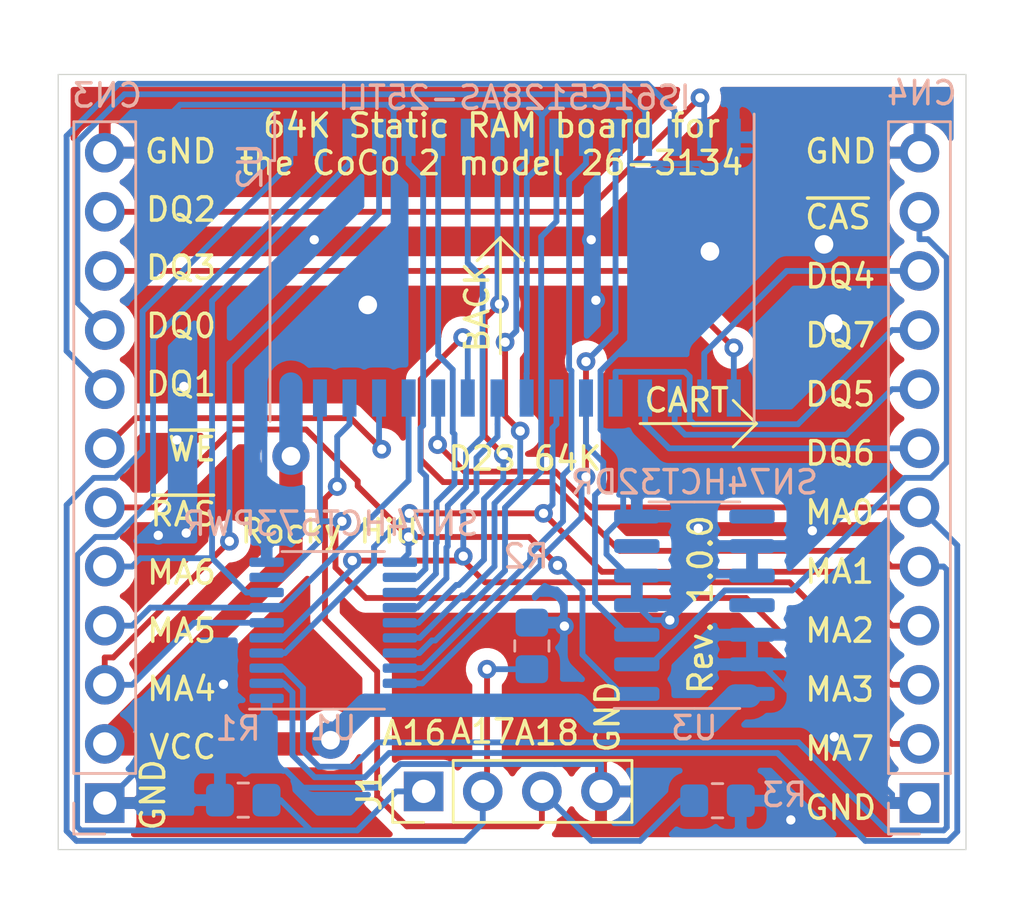
<source format=kicad_pcb>
(kicad_pcb (version 20171130) (host pcbnew 5.1.5+dfsg1-2build2)

  (general
    (thickness 1.6)
    (drawings 46)
    (tracks 462)
    (zones 0)
    (modules 9)
    (nets 34)
  )

  (page USLetter)
  (title_block
    (title "D2S 64K Static RAM board for the 3134 CoCo 2")
    (date 2022-07-14)
    (rev 1.0.0)
    (company "Rocky Hill")
  )

  (layers
    (0 F.Cu signal)
    (31 B.Cu signal)
    (32 B.Adhes user)
    (33 F.Adhes user)
    (34 B.Paste user)
    (35 F.Paste user)
    (36 B.SilkS user)
    (37 F.SilkS user)
    (38 B.Mask user)
    (39 F.Mask user)
    (40 Dwgs.User user)
    (41 Cmts.User user)
    (42 Eco1.User user)
    (43 Eco2.User user)
    (44 Edge.Cuts user)
    (45 Margin user)
    (46 B.CrtYd user)
    (47 F.CrtYd user)
    (48 B.Fab user)
    (49 F.Fab user)
  )

  (setup
    (last_trace_width 0.25)
    (user_trace_width 0.5)
    (user_trace_width 0.75)
    (user_trace_width 1)
    (trace_clearance 0.2)
    (zone_clearance 0.508)
    (zone_45_only no)
    (trace_min 0.2)
    (via_size 0.8)
    (via_drill 0.4)
    (via_min_size 0.4)
    (via_min_drill 0.3)
    (user_via 1.6 0.8)
    (uvia_size 0.3)
    (uvia_drill 0.1)
    (uvias_allowed no)
    (uvia_min_size 0.2)
    (uvia_min_drill 0.1)
    (edge_width 0.05)
    (segment_width 0.2)
    (pcb_text_width 0.3)
    (pcb_text_size 1.5 1.5)
    (mod_edge_width 0.12)
    (mod_text_size 1 1)
    (mod_text_width 0.15)
    (pad_size 1.524 1.524)
    (pad_drill 0.762)
    (pad_to_mask_clearance 0.051)
    (solder_mask_min_width 0.25)
    (aux_axis_origin 0 0)
    (grid_origin 101.5 82.2)
    (visible_elements FFFFFF7F)
    (pcbplotparams
      (layerselection 0x010fc_ffffffff)
      (usegerberextensions false)
      (usegerberattributes false)
      (usegerberadvancedattributes false)
      (creategerberjobfile false)
      (excludeedgelayer true)
      (linewidth 0.100000)
      (plotframeref false)
      (viasonmask false)
      (mode 1)
      (useauxorigin false)
      (hpglpennumber 1)
      (hpglpenspeed 20)
      (hpglpendiameter 15.000000)
      (psnegative false)
      (psa4output false)
      (plotreference true)
      (plotvalue true)
      (plotinvisibletext false)
      (padsonsilk false)
      (subtractmaskfromsilk false)
      (outputformat 1)
      (mirror false)
      (drillshape 0)
      (scaleselection 1)
      (outputdirectory "gerber/"))
  )

  (net 0 "")
  (net 1 GND)
  (net 2 VCC)
  (net 3 /MA4)
  (net 4 /MA5)
  (net 5 /MA6)
  (net 6 /~RAS)
  (net 7 /~WE)
  (net 8 /DQ1)
  (net 9 /DQ0)
  (net 10 /DQ3)
  (net 11 /DQ2)
  (net 12 /~CAS)
  (net 13 /DQ4)
  (net 14 /DQ7)
  (net 15 /DQ5)
  (net 16 /DQ6)
  (net 17 /MA0)
  (net 18 /MA1)
  (net 19 /MA2)
  (net 20 /MA3)
  (net 21 /MA7)
  (net 22 /A16)
  (net 23 /A17)
  (net 24 /A18)
  (net 25 /A7)
  (net 26 /A6)
  (net 27 /A5)
  (net 28 /A4)
  (net 29 /A3)
  (net 30 /A2)
  (net 31 /A1)
  (net 32 /A0)
  (net 33 "Net-(U2-Pad22)")

  (net_class Default "This is the default net class."
    (clearance 0.2)
    (trace_width 0.25)
    (via_dia 0.8)
    (via_drill 0.4)
    (uvia_dia 0.3)
    (uvia_drill 0.1)
    (add_net /A0)
    (add_net /A1)
    (add_net /A16)
    (add_net /A17)
    (add_net /A18)
    (add_net /A2)
    (add_net /A3)
    (add_net /A4)
    (add_net /A5)
    (add_net /A6)
    (add_net /A7)
    (add_net /DQ0)
    (add_net /DQ1)
    (add_net /DQ2)
    (add_net /DQ3)
    (add_net /DQ4)
    (add_net /DQ5)
    (add_net /DQ6)
    (add_net /DQ7)
    (add_net /MA0)
    (add_net /MA1)
    (add_net /MA2)
    (add_net /MA3)
    (add_net /MA4)
    (add_net /MA5)
    (add_net /MA6)
    (add_net /MA7)
    (add_net /~CAS)
    (add_net /~RAS)
    (add_net /~WE)
    (add_net GND)
    (add_net "Net-(U2-Pad22)")
    (add_net VCC)
  )

  (module Package_SO:TSSOP-20_4.4x6.5mm_P0.65mm (layer B.Cu) (tedit 5E476F32) (tstamp 62D09D26)
    (at 112.317 105.08)
    (descr "TSSOP, 20 Pin (JEDEC MO-153 Var AC https://www.jedec.org/document_search?search_api_views_fulltext=MO-153), generated with kicad-footprint-generator ipc_gullwing_generator.py")
    (tags "TSSOP SO")
    (path /62D2DB20)
    (attr smd)
    (fp_text reference U1 (at 0 4.2 180) (layer B.SilkS)
      (effects (font (size 1 1) (thickness 0.15)) (justify mirror))
    )
    (fp_text value SN74HCT573PWR (at -0.117 -4.58 180) (layer B.SilkS)
      (effects (font (size 1 1) (thickness 0.15)) (justify mirror))
    )
    (fp_line (start 0 -3.385) (end 2.2 -3.385) (layer B.SilkS) (width 0.12))
    (fp_line (start 0 -3.385) (end -2.2 -3.385) (layer B.SilkS) (width 0.12))
    (fp_line (start 0 3.385) (end 2.2 3.385) (layer B.SilkS) (width 0.12))
    (fp_line (start 0 3.385) (end -3.6 3.385) (layer B.SilkS) (width 0.12))
    (fp_line (start -1.2 3.25) (end 2.2 3.25) (layer B.Fab) (width 0.1))
    (fp_line (start 2.2 3.25) (end 2.2 -3.25) (layer B.Fab) (width 0.1))
    (fp_line (start 2.2 -3.25) (end -2.2 -3.25) (layer B.Fab) (width 0.1))
    (fp_line (start -2.2 -3.25) (end -2.2 2.25) (layer B.Fab) (width 0.1))
    (fp_line (start -2.2 2.25) (end -1.2 3.25) (layer B.Fab) (width 0.1))
    (fp_line (start -3.85 3.5) (end -3.85 -3.5) (layer B.CrtYd) (width 0.05))
    (fp_line (start -3.85 -3.5) (end 3.85 -3.5) (layer B.CrtYd) (width 0.05))
    (fp_line (start 3.85 -3.5) (end 3.85 3.5) (layer B.CrtYd) (width 0.05))
    (fp_line (start 3.85 3.5) (end -3.85 3.5) (layer B.CrtYd) (width 0.05))
    (fp_text user %R (at 0 0 180) (layer B.Fab)
      (effects (font (size 1 1) (thickness 0.15)) (justify mirror))
    )
    (pad 1 smd roundrect (at -2.8625 2.925) (size 1.475 0.4) (layers B.Cu B.Paste B.Mask) (roundrect_rratio 0.25)
      (net 1 GND))
    (pad 2 smd roundrect (at -2.8625 2.275) (size 1.475 0.4) (layers B.Cu B.Paste B.Mask) (roundrect_rratio 0.25)
      (net 17 /MA0))
    (pad 3 smd roundrect (at -2.8625 1.625) (size 1.475 0.4) (layers B.Cu B.Paste B.Mask) (roundrect_rratio 0.25)
      (net 18 /MA1))
    (pad 4 smd roundrect (at -2.8625 0.975) (size 1.475 0.4) (layers B.Cu B.Paste B.Mask) (roundrect_rratio 0.25)
      (net 19 /MA2))
    (pad 5 smd roundrect (at -2.8625 0.325) (size 1.475 0.4) (layers B.Cu B.Paste B.Mask) (roundrect_rratio 0.25)
      (net 20 /MA3))
    (pad 6 smd roundrect (at -2.8625 -0.325) (size 1.475 0.4) (layers B.Cu B.Paste B.Mask) (roundrect_rratio 0.25)
      (net 3 /MA4))
    (pad 7 smd roundrect (at -2.8625 -0.975) (size 1.475 0.4) (layers B.Cu B.Paste B.Mask) (roundrect_rratio 0.25)
      (net 4 /MA5))
    (pad 8 smd roundrect (at -2.8625 -1.625) (size 1.475 0.4) (layers B.Cu B.Paste B.Mask) (roundrect_rratio 0.25)
      (net 5 /MA6))
    (pad 9 smd roundrect (at -2.8625 -2.275) (size 1.475 0.4) (layers B.Cu B.Paste B.Mask) (roundrect_rratio 0.25)
      (net 21 /MA7))
    (pad 10 smd roundrect (at -2.8625 -2.925) (size 1.475 0.4) (layers B.Cu B.Paste B.Mask) (roundrect_rratio 0.25)
      (net 1 GND))
    (pad 11 smd roundrect (at 2.8625 -2.925) (size 1.475 0.4) (layers B.Cu B.Paste B.Mask) (roundrect_rratio 0.25)
      (net 6 /~RAS))
    (pad 12 smd roundrect (at 2.8625 -2.275) (size 1.475 0.4) (layers B.Cu B.Paste B.Mask) (roundrect_rratio 0.25)
      (net 25 /A7))
    (pad 13 smd roundrect (at 2.8625 -1.625) (size 1.475 0.4) (layers B.Cu B.Paste B.Mask) (roundrect_rratio 0.25)
      (net 26 /A6))
    (pad 14 smd roundrect (at 2.8625 -0.975) (size 1.475 0.4) (layers B.Cu B.Paste B.Mask) (roundrect_rratio 0.25)
      (net 27 /A5))
    (pad 15 smd roundrect (at 2.8625 -0.325) (size 1.475 0.4) (layers B.Cu B.Paste B.Mask) (roundrect_rratio 0.25)
      (net 28 /A4))
    (pad 16 smd roundrect (at 2.8625 0.325) (size 1.475 0.4) (layers B.Cu B.Paste B.Mask) (roundrect_rratio 0.25)
      (net 29 /A3))
    (pad 17 smd roundrect (at 2.8625 0.975) (size 1.475 0.4) (layers B.Cu B.Paste B.Mask) (roundrect_rratio 0.25)
      (net 30 /A2))
    (pad 18 smd roundrect (at 2.8625 1.625) (size 1.475 0.4) (layers B.Cu B.Paste B.Mask) (roundrect_rratio 0.25)
      (net 31 /A1))
    (pad 19 smd roundrect (at 2.8625 2.275) (size 1.475 0.4) (layers B.Cu B.Paste B.Mask) (roundrect_rratio 0.25)
      (net 32 /A0))
    (pad 20 smd roundrect (at 2.8625 2.925) (size 1.475 0.4) (layers B.Cu B.Paste B.Mask) (roundrect_rratio 0.25)
      (net 2 VCC))
    (model ${KISYS3DMOD}/Package_SO.3dshapes/TSSOP-20_4.4x6.5mm_P0.65mm.wrl
      (at (xyz 0 0 0))
      (scale (xyz 1 1 1))
      (rotate (xyz 0 0 0))
    )
  )

  (module Package_SO:TSOP-II-32_21.0x10.2mm_P1.27mm (layer B.Cu) (tedit 5A02F25C) (tstamp 62D09D58)
    (at 120 89.5 270)
    (descr "32-lead plastic TSOP; Type II")
    (tags "TSOP-II 32")
    (path /62D2CE41)
    (attr smd)
    (fp_text reference U2 (at -4.35 11.25 270) (layer B.SilkS)
      (effects (font (size 1 1) (thickness 0.15)) (justify mirror))
    )
    (fp_text value IS61C5128AS-25TLI (at -7.3 -0.1) (layer B.SilkS)
      (effects (font (size 1 1) (thickness 0.15)) (justify mirror))
    )
    (fp_line (start -5.05 -10.2) (end -5.05 9.2) (layer B.Fab) (width 0.1))
    (fp_line (start 5.05 -10.2) (end -5.05 -10.2) (layer B.Fab) (width 0.1))
    (fp_line (start 5.05 10.2) (end 5.05 -10.2) (layer B.Fab) (width 0.1))
    (fp_line (start -4.05 10.2) (end 5.05 10.2) (layer B.Fab) (width 0.1))
    (fp_line (start -5.05 9.2) (end -4.05 10.2) (layer B.Fab) (width 0.1))
    (fp_line (start -6.7 10.5) (end -6.7 -10.5) (layer B.CrtYd) (width 0.05))
    (fp_line (start 6.7 10.5) (end 6.7 -10.5) (layer B.CrtYd) (width 0.05))
    (fp_line (start -6.7 10.5) (end 6.7 10.5) (layer B.CrtYd) (width 0.05))
    (fp_line (start -6.7 -10.5) (end 6.7 -10.5) (layer B.CrtYd) (width 0.05))
    (fp_line (start -4.6 10.4) (end -4.6 10.2) (layer B.SilkS) (width 0.12))
    (fp_line (start -4.6 10.4) (end 6.6 10.4) (layer B.SilkS) (width 0.12))
    (fp_line (start -6.6 -10.4) (end 6.6 -10.4) (layer B.SilkS) (width 0.12))
    (fp_line (start -4.6 10.2) (end -6.6 10.2) (layer B.SilkS) (width 0.12))
    (fp_text user %R (at 0 0 270) (layer B.Fab)
      (effects (font (size 0.8 0.8) (thickness 0.15)) (justify mirror))
    )
    (pad 1 smd rect (at -5.6 9.525 270) (size 1.6 0.6) (layers B.Cu B.Paste B.Mask)
      (net 23 /A17))
    (pad 2 smd rect (at -5.6 8.255 270) (size 1.6 0.6) (layers B.Cu B.Paste B.Mask)
      (net 22 /A16))
    (pad 3 smd rect (at -5.6 6.985 270) (size 1.6 0.6) (layers B.Cu B.Paste B.Mask)
      (net 5 /MA6))
    (pad 4 smd rect (at -5.6 5.715 270) (size 1.6 0.6) (layers B.Cu B.Paste B.Mask)
      (net 3 /MA4))
    (pad 5 smd rect (at -5.6 4.445 270) (size 1.6 0.6) (layers B.Cu B.Paste B.Mask)
      (net 25 /A7))
    (pad 6 smd rect (at -5.6 3.175 270) (size 1.6 0.6) (layers B.Cu B.Paste B.Mask)
      (net 26 /A6))
    (pad 7 smd rect (at -5.6 1.905 270) (size 1.6 0.6) (layers B.Cu B.Paste B.Mask)
      (net 27 /A5))
    (pad 8 smd rect (at -5.6 0.625 270) (size 1.6 0.6) (layers B.Cu B.Paste B.Mask)
      (net 28 /A4))
    (pad 9 smd rect (at -5.6 -0.625 270) (size 1.6 0.6) (layers B.Cu B.Paste B.Mask)
      (net 29 /A3))
    (pad 10 smd rect (at -5.6 -1.905 270) (size 1.6 0.6) (layers B.Cu B.Paste B.Mask)
      (net 30 /A2))
    (pad 11 smd rect (at -5.6 -3.175 270) (size 1.6 0.6) (layers B.Cu B.Paste B.Mask)
      (net 31 /A1))
    (pad 12 smd rect (at -5.6 -4.445 270) (size 1.6 0.6) (layers B.Cu B.Paste B.Mask)
      (net 32 /A0))
    (pad 13 smd rect (at -5.6 -5.715 270) (size 1.6 0.6) (layers B.Cu B.Paste B.Mask)
      (net 9 /DQ0))
    (pad 14 smd rect (at -5.6 -6.985 270) (size 1.6 0.6) (layers B.Cu B.Paste B.Mask)
      (net 8 /DQ1))
    (pad 15 smd rect (at -5.6 -8.255 270) (size 1.6 0.6) (layers B.Cu B.Paste B.Mask)
      (net 11 /DQ2))
    (pad 16 smd rect (at -5.6 -9.525 270) (size 1.6 0.6) (layers B.Cu B.Paste B.Mask)
      (net 1 GND))
    (pad 17 smd rect (at 5.6 -9.525 270) (size 1.6 0.6) (layers B.Cu B.Paste B.Mask)
      (net 10 /DQ3))
    (pad 18 smd rect (at 5.6 -8.255 270) (size 1.6 0.6) (layers B.Cu B.Paste B.Mask)
      (net 13 /DQ4))
    (pad 19 smd rect (at 5.6 -6.985 270) (size 1.6 0.6) (layers B.Cu B.Paste B.Mask)
      (net 15 /DQ5))
    (pad 20 smd rect (at 5.6 -5.715 270) (size 1.6 0.6) (layers B.Cu B.Paste B.Mask)
      (net 16 /DQ6))
    (pad 21 smd rect (at 5.6 -4.445 270) (size 1.6 0.6) (layers B.Cu B.Paste B.Mask)
      (net 14 /DQ7))
    (pad 22 smd rect (at 5.6 -3.175 270) (size 1.6 0.6) (layers B.Cu B.Paste B.Mask)
      (net 33 "Net-(U2-Pad22)"))
    (pad 23 smd rect (at 5.6 -1.905 270) (size 1.6 0.6) (layers B.Cu B.Paste B.Mask)
      (net 19 /MA2))
    (pad 24 smd rect (at 5.6 -0.625 270) (size 1.6 0.6) (layers B.Cu B.Paste B.Mask)
      (net 1 GND))
    (pad 25 smd rect (at 5.6 0.625 270) (size 1.6 0.6) (layers B.Cu B.Paste B.Mask)
      (net 20 /MA3))
    (pad 26 smd rect (at 5.6 1.905 270) (size 1.6 0.6) (layers B.Cu B.Paste B.Mask)
      (net 18 /MA1))
    (pad 27 smd rect (at 5.6 3.175 270) (size 1.6 0.6) (layers B.Cu B.Paste B.Mask)
      (net 17 /MA0))
    (pad 28 smd rect (at 5.6 4.445 270) (size 1.6 0.6) (layers B.Cu B.Paste B.Mask)
      (net 4 /MA5))
    (pad 29 smd rect (at 5.6 5.715 270) (size 1.6 0.6) (layers B.Cu B.Paste B.Mask)
      (net 7 /~WE))
    (pad 30 smd rect (at 5.6 6.985 270) (size 1.6 0.6) (layers B.Cu B.Paste B.Mask)
      (net 24 /A18))
    (pad 31 smd rect (at 5.6 8.255 270) (size 1.6 0.6) (layers B.Cu B.Paste B.Mask)
      (net 21 /MA7))
    (pad 32 smd rect (at 5.6 9.525 270) (size 1.6 0.6) (layers B.Cu B.Paste B.Mask)
      (net 2 VCC))
    (model ${KISYS3DMOD}/Package_SO.3dshapes/TSOP-II-32_21.0x10.2mm_P1.27mm.wrl
      (at (xyz 0 0 0))
      (scale (xyz 1 1 1))
      (rotate (xyz 0 0 0))
    )
  )

  (module Package_SO:SOIC-14_3.9x8.7mm_P1.27mm (layer B.Cu) (tedit 5D9F72B1) (tstamp 62D0D58C)
    (at 127.833 104)
    (descr "SOIC, 14 Pin (JEDEC MS-012AB, https://www.analog.com/media/en/package-pcb-resources/package/pkg_pdf/soic_narrow-r/r_14.pdf), generated with kicad-footprint-generator ipc_gullwing_generator.py")
    (tags "SOIC SO")
    (path /62D2FCAC)
    (attr smd)
    (fp_text reference U3 (at 0 5.28) (layer B.SilkS)
      (effects (font (size 1 1) (thickness 0.15)) (justify mirror))
    )
    (fp_text value SN74HCT32DR (at 0 -5.28) (layer B.SilkS)
      (effects (font (size 1 1) (thickness 0.15)) (justify mirror))
    )
    (fp_line (start 0 -4.435) (end 1.95 -4.435) (layer B.SilkS) (width 0.12))
    (fp_line (start 0 -4.435) (end -1.95 -4.435) (layer B.SilkS) (width 0.12))
    (fp_line (start 0 4.435) (end 1.95 4.435) (layer B.SilkS) (width 0.12))
    (fp_line (start 0 4.435) (end -3.45 4.435) (layer B.SilkS) (width 0.12))
    (fp_line (start -0.975 4.325) (end 1.95 4.325) (layer B.Fab) (width 0.1))
    (fp_line (start 1.95 4.325) (end 1.95 -4.325) (layer B.Fab) (width 0.1))
    (fp_line (start 1.95 -4.325) (end -1.95 -4.325) (layer B.Fab) (width 0.1))
    (fp_line (start -1.95 -4.325) (end -1.95 3.35) (layer B.Fab) (width 0.1))
    (fp_line (start -1.95 3.35) (end -0.975 4.325) (layer B.Fab) (width 0.1))
    (fp_line (start -3.7 4.58) (end -3.7 -4.58) (layer B.CrtYd) (width 0.05))
    (fp_line (start -3.7 -4.58) (end 3.7 -4.58) (layer B.CrtYd) (width 0.05))
    (fp_line (start 3.7 -4.58) (end 3.7 4.58) (layer B.CrtYd) (width 0.05))
    (fp_line (start 3.7 4.58) (end -3.7 4.58) (layer B.CrtYd) (width 0.05))
    (fp_text user %R (at 0 0) (layer B.Fab)
      (effects (font (size 0.98 0.98) (thickness 0.15)) (justify mirror))
    )
    (pad 1 smd roundrect (at -2.475 3.81) (size 1.95 0.6) (layers B.Cu B.Paste B.Mask) (roundrect_rratio 0.25)
      (net 6 /~RAS))
    (pad 2 smd roundrect (at -2.475 2.54) (size 1.95 0.6) (layers B.Cu B.Paste B.Mask) (roundrect_rratio 0.25)
      (net 12 /~CAS))
    (pad 3 smd roundrect (at -2.475 1.27) (size 1.95 0.6) (layers B.Cu B.Paste B.Mask) (roundrect_rratio 0.25)
      (net 33 "Net-(U2-Pad22)"))
    (pad 4 smd roundrect (at -2.475 0) (size 1.95 0.6) (layers B.Cu B.Paste B.Mask) (roundrect_rratio 0.25)
      (net 1 GND))
    (pad 5 smd roundrect (at -2.475 -1.27) (size 1.95 0.6) (layers B.Cu B.Paste B.Mask) (roundrect_rratio 0.25)
      (net 1 GND))
    (pad 6 smd roundrect (at -2.475 -2.54) (size 1.95 0.6) (layers B.Cu B.Paste B.Mask) (roundrect_rratio 0.25))
    (pad 7 smd roundrect (at -2.475 -3.81) (size 1.95 0.6) (layers B.Cu B.Paste B.Mask) (roundrect_rratio 0.25)
      (net 1 GND))
    (pad 8 smd roundrect (at 2.475 -3.81) (size 1.95 0.6) (layers B.Cu B.Paste B.Mask) (roundrect_rratio 0.25))
    (pad 9 smd roundrect (at 2.475 -2.54) (size 1.95 0.6) (layers B.Cu B.Paste B.Mask) (roundrect_rratio 0.25)
      (net 1 GND))
    (pad 10 smd roundrect (at 2.475 -1.27) (size 1.95 0.6) (layers B.Cu B.Paste B.Mask) (roundrect_rratio 0.25)
      (net 1 GND))
    (pad 11 smd roundrect (at 2.475 0) (size 1.95 0.6) (layers B.Cu B.Paste B.Mask) (roundrect_rratio 0.25))
    (pad 12 smd roundrect (at 2.475 1.27) (size 1.95 0.6) (layers B.Cu B.Paste B.Mask) (roundrect_rratio 0.25)
      (net 1 GND))
    (pad 13 smd roundrect (at 2.475 2.54) (size 1.95 0.6) (layers B.Cu B.Paste B.Mask) (roundrect_rratio 0.25)
      (net 1 GND))
    (pad 14 smd roundrect (at 2.475 3.81) (size 1.95 0.6) (layers B.Cu B.Paste B.Mask) (roundrect_rratio 0.25)
      (net 2 VCC))
    (model ${KISYS3DMOD}/Package_SO.3dshapes/SOIC-14_3.9x8.7mm_P1.27mm.wrl
      (at (xyz 0 0 0))
      (scale (xyz 1 1 1))
      (rotate (xyz 0 0 0))
    )
  )

  (module Connector_PinHeader_2.54mm:PinHeader_1x04_P2.54mm_Vertical (layer F.Cu) (tedit 59FED5CC) (tstamp 62D0BF1C)
    (at 116.2 112 90)
    (descr "Through hole straight pin header, 1x04, 2.54mm pitch, single row")
    (tags "Through hole pin header THT 1x04 2.54mm single row")
    (path /62EC6875)
    (fp_text reference J1 (at 0 -2.33 90) (layer F.SilkS)
      (effects (font (size 1 1) (thickness 0.15)))
    )
    (fp_text value Conn_01x04_Female (at 0 9.95 90) (layer F.Fab) hide
      (effects (font (size 1 1) (thickness 0.15)))
    )
    (fp_line (start -0.635 -1.27) (end 1.27 -1.27) (layer F.Fab) (width 0.1))
    (fp_line (start 1.27 -1.27) (end 1.27 8.89) (layer F.Fab) (width 0.1))
    (fp_line (start 1.27 8.89) (end -1.27 8.89) (layer F.Fab) (width 0.1))
    (fp_line (start -1.27 8.89) (end -1.27 -0.635) (layer F.Fab) (width 0.1))
    (fp_line (start -1.27 -0.635) (end -0.635 -1.27) (layer F.Fab) (width 0.1))
    (fp_line (start -1.33 8.95) (end 1.33 8.95) (layer F.SilkS) (width 0.12))
    (fp_line (start -1.33 1.27) (end -1.33 8.95) (layer F.SilkS) (width 0.12))
    (fp_line (start 1.33 1.27) (end 1.33 8.95) (layer F.SilkS) (width 0.12))
    (fp_line (start -1.33 1.27) (end 1.33 1.27) (layer F.SilkS) (width 0.12))
    (fp_line (start -1.33 0) (end -1.33 -1.33) (layer F.SilkS) (width 0.12))
    (fp_line (start -1.33 -1.33) (end 0 -1.33) (layer F.SilkS) (width 0.12))
    (fp_line (start -1.8 -1.8) (end -1.8 9.4) (layer F.CrtYd) (width 0.05))
    (fp_line (start -1.8 9.4) (end 1.8 9.4) (layer F.CrtYd) (width 0.05))
    (fp_line (start 1.8 9.4) (end 1.8 -1.8) (layer F.CrtYd) (width 0.05))
    (fp_line (start 1.8 -1.8) (end -1.8 -1.8) (layer F.CrtYd) (width 0.05))
    (fp_text user %R (at 0 3.81) (layer F.Fab)
      (effects (font (size 1 1) (thickness 0.15)))
    )
    (pad 1 thru_hole rect (at 0 0 90) (size 1.7 1.7) (drill 1) (layers *.Cu *.Mask)
      (net 22 /A16))
    (pad 2 thru_hole oval (at 0 2.54 90) (size 1.7 1.7) (drill 1) (layers *.Cu *.Mask)
      (net 23 /A17))
    (pad 3 thru_hole oval (at 0 5.08 90) (size 1.7 1.7) (drill 1) (layers *.Cu *.Mask)
      (net 24 /A18))
    (pad 4 thru_hole oval (at 0 7.62 90) (size 1.7 1.7) (drill 1) (layers *.Cu *.Mask)
      (net 1 GND))
    (model ${KISYS3DMOD}/Connector_PinHeader_2.54mm.3dshapes/PinHeader_1x04_P2.54mm_Vertical.wrl
      (at (xyz 0 0 0))
      (scale (xyz 1 1 1))
      (rotate (xyz 0 0 0))
    )
  )

  (module Connector_PinHeader_2.54mm:PinHeader_1x12_P2.54mm_Vertical (layer B.Cu) (tedit 59FED5CC) (tstamp 62D0DFC9)
    (at 102.5 112.5)
    (descr "Through hole straight pin header, 1x12, 2.54mm pitch, single row")
    (tags "Through hole pin header THT 1x12 2.54mm single row")
    (path /62ECDCB2)
    (fp_text reference CN3 (at 0.1 -30.4) (layer B.SilkS)
      (effects (font (size 1 1) (thickness 0.15)) (justify mirror))
    )
    (fp_text value Conn_01x12_Male (at 0 -30.27) (layer B.Fab) hide
      (effects (font (size 1 1) (thickness 0.15)) (justify mirror))
    )
    (fp_line (start -0.635 1.27) (end 1.27 1.27) (layer B.Fab) (width 0.1))
    (fp_line (start 1.27 1.27) (end 1.27 -29.21) (layer B.Fab) (width 0.1))
    (fp_line (start 1.27 -29.21) (end -1.27 -29.21) (layer B.Fab) (width 0.1))
    (fp_line (start -1.27 -29.21) (end -1.27 0.635) (layer B.Fab) (width 0.1))
    (fp_line (start -1.27 0.635) (end -0.635 1.27) (layer B.Fab) (width 0.1))
    (fp_line (start -1.33 -29.27) (end 1.33 -29.27) (layer B.SilkS) (width 0.12))
    (fp_line (start -1.33 -1.27) (end -1.33 -29.27) (layer B.SilkS) (width 0.12))
    (fp_line (start 1.33 -1.27) (end 1.33 -29.27) (layer B.SilkS) (width 0.12))
    (fp_line (start -1.33 -1.27) (end 1.33 -1.27) (layer B.SilkS) (width 0.12))
    (fp_line (start -1.33 0) (end -1.33 1.33) (layer B.SilkS) (width 0.12))
    (fp_line (start -1.33 1.33) (end 0 1.33) (layer B.SilkS) (width 0.12))
    (fp_line (start -1.8 1.8) (end -1.8 -29.75) (layer B.CrtYd) (width 0.05))
    (fp_line (start -1.8 -29.75) (end 1.8 -29.75) (layer B.CrtYd) (width 0.05))
    (fp_line (start 1.8 -29.75) (end 1.8 1.8) (layer B.CrtYd) (width 0.05))
    (fp_line (start 1.8 1.8) (end -1.8 1.8) (layer B.CrtYd) (width 0.05))
    (fp_text user %R (at 0 -13.97 -90) (layer B.Fab)
      (effects (font (size 1 1) (thickness 0.15)) (justify mirror))
    )
    (pad 1 thru_hole rect (at 0 0) (size 1.7 1.7) (drill 1) (layers *.Cu *.Mask)
      (net 1 GND))
    (pad 2 thru_hole oval (at 0 -2.54) (size 1.7 1.7) (drill 1) (layers *.Cu *.Mask)
      (net 2 VCC))
    (pad 3 thru_hole oval (at 0 -5.08) (size 1.7 1.7) (drill 1) (layers *.Cu *.Mask)
      (net 3 /MA4))
    (pad 4 thru_hole oval (at 0 -7.62) (size 1.7 1.7) (drill 1) (layers *.Cu *.Mask)
      (net 4 /MA5))
    (pad 5 thru_hole oval (at 0 -10.16) (size 1.7 1.7) (drill 1) (layers *.Cu *.Mask)
      (net 5 /MA6))
    (pad 6 thru_hole oval (at 0 -12.7) (size 1.7 1.7) (drill 1) (layers *.Cu *.Mask)
      (net 6 /~RAS))
    (pad 7 thru_hole oval (at 0 -15.24) (size 1.7 1.7) (drill 1) (layers *.Cu *.Mask)
      (net 7 /~WE))
    (pad 8 thru_hole oval (at 0 -17.78) (size 1.7 1.7) (drill 1) (layers *.Cu *.Mask)
      (net 8 /DQ1))
    (pad 9 thru_hole oval (at 0 -20.32) (size 1.7 1.7) (drill 1) (layers *.Cu *.Mask)
      (net 9 /DQ0))
    (pad 10 thru_hole oval (at 0 -22.86) (size 1.7 1.7) (drill 1) (layers *.Cu *.Mask)
      (net 10 /DQ3))
    (pad 11 thru_hole oval (at 0 -25.4) (size 1.7 1.7) (drill 1) (layers *.Cu *.Mask)
      (net 11 /DQ2))
    (pad 12 thru_hole oval (at 0 -27.94) (size 1.7 1.7) (drill 1) (layers *.Cu *.Mask)
      (net 1 GND))
    (model ${KISYS3DMOD}/Connector_PinHeader_2.54mm.3dshapes/PinHeader_1x12_P2.54mm_Vertical.wrl
      (at (xyz 0 0 0))
      (scale (xyz 1 1 1))
      (rotate (xyz 0 0 0))
    )
  )

  (module Connector_PinHeader_2.54mm:PinHeader_1x12_P2.54mm_Vertical (layer B.Cu) (tedit 59FED5CC) (tstamp 62D0DFE8)
    (at 137.5 112.5)
    (descr "Through hole straight pin header, 1x12, 2.54mm pitch, single row")
    (tags "Through hole pin header THT 1x12 2.54mm single row")
    (path /62ED0D7B)
    (fp_text reference CN4 (at 0.1 -30.5) (layer B.SilkS)
      (effects (font (size 1 1) (thickness 0.15)) (justify mirror))
    )
    (fp_text value Conn_01x12_Male (at 0 -30.27) (layer B.Fab) hide
      (effects (font (size 1 1) (thickness 0.15)) (justify mirror))
    )
    (fp_text user %R (at 0 -13.97 -90) (layer B.Fab)
      (effects (font (size 1 1) (thickness 0.15)) (justify mirror))
    )
    (fp_line (start 1.8 1.8) (end -1.8 1.8) (layer B.CrtYd) (width 0.05))
    (fp_line (start 1.8 -29.75) (end 1.8 1.8) (layer B.CrtYd) (width 0.05))
    (fp_line (start -1.8 -29.75) (end 1.8 -29.75) (layer B.CrtYd) (width 0.05))
    (fp_line (start -1.8 1.8) (end -1.8 -29.75) (layer B.CrtYd) (width 0.05))
    (fp_line (start -1.33 1.33) (end 0 1.33) (layer B.SilkS) (width 0.12))
    (fp_line (start -1.33 0) (end -1.33 1.33) (layer B.SilkS) (width 0.12))
    (fp_line (start -1.33 -1.27) (end 1.33 -1.27) (layer B.SilkS) (width 0.12))
    (fp_line (start 1.33 -1.27) (end 1.33 -29.27) (layer B.SilkS) (width 0.12))
    (fp_line (start -1.33 -1.27) (end -1.33 -29.27) (layer B.SilkS) (width 0.12))
    (fp_line (start -1.33 -29.27) (end 1.33 -29.27) (layer B.SilkS) (width 0.12))
    (fp_line (start -1.27 0.635) (end -0.635 1.27) (layer B.Fab) (width 0.1))
    (fp_line (start -1.27 -29.21) (end -1.27 0.635) (layer B.Fab) (width 0.1))
    (fp_line (start 1.27 -29.21) (end -1.27 -29.21) (layer B.Fab) (width 0.1))
    (fp_line (start 1.27 1.27) (end 1.27 -29.21) (layer B.Fab) (width 0.1))
    (fp_line (start -0.635 1.27) (end 1.27 1.27) (layer B.Fab) (width 0.1))
    (pad 12 thru_hole oval (at 0 -27.94) (size 1.7 1.7) (drill 1) (layers *.Cu *.Mask)
      (net 1 GND))
    (pad 11 thru_hole oval (at 0 -25.4) (size 1.7 1.7) (drill 1) (layers *.Cu *.Mask)
      (net 12 /~CAS))
    (pad 10 thru_hole oval (at 0 -22.86) (size 1.7 1.7) (drill 1) (layers *.Cu *.Mask)
      (net 13 /DQ4))
    (pad 9 thru_hole oval (at 0 -20.32) (size 1.7 1.7) (drill 1) (layers *.Cu *.Mask)
      (net 14 /DQ7))
    (pad 8 thru_hole oval (at 0 -17.78) (size 1.7 1.7) (drill 1) (layers *.Cu *.Mask)
      (net 15 /DQ5))
    (pad 7 thru_hole oval (at 0 -15.24) (size 1.7 1.7) (drill 1) (layers *.Cu *.Mask)
      (net 16 /DQ6))
    (pad 6 thru_hole oval (at 0 -12.7) (size 1.7 1.7) (drill 1) (layers *.Cu *.Mask)
      (net 17 /MA0))
    (pad 5 thru_hole oval (at 0 -10.16) (size 1.7 1.7) (drill 1) (layers *.Cu *.Mask)
      (net 18 /MA1))
    (pad 4 thru_hole oval (at 0 -7.62) (size 1.7 1.7) (drill 1) (layers *.Cu *.Mask)
      (net 19 /MA2))
    (pad 3 thru_hole oval (at 0 -5.08) (size 1.7 1.7) (drill 1) (layers *.Cu *.Mask)
      (net 20 /MA3))
    (pad 2 thru_hole oval (at 0 -2.54) (size 1.7 1.7) (drill 1) (layers *.Cu *.Mask)
      (net 21 /MA7))
    (pad 1 thru_hole rect (at 0 0) (size 1.7 1.7) (drill 1) (layers *.Cu *.Mask)
      (net 1 GND))
    (model ${KISYS3DMOD}/Connector_PinHeader_2.54mm.3dshapes/PinHeader_1x12_P2.54mm_Vertical.wrl
      (at (xyz 0 0 0))
      (scale (xyz 1 1 1))
      (rotate (xyz 0 0 0))
    )
  )

  (module Resistor_SMD:R_0805_2012Metric_Pad1.20x1.40mm_HandSolder (layer B.Cu) (tedit 5F68FEEE) (tstamp 62D30721)
    (at 108.45 112.375 180)
    (descr "Resistor SMD 0805 (2012 Metric), square (rectangular) end terminal, IPC_7351 nominal with elongated pad for handsoldering. (Body size source: IPC-SM-782 page 72, https://www.pcb-3d.com/wordpress/wp-content/uploads/ipc-sm-782a_amendment_1_and_2.pdf), generated with kicad-footprint-generator")
    (tags "resistor handsolder")
    (path /62D5118D)
    (attr smd)
    (fp_text reference R1 (at 0.225 3.075) (layer B.SilkS)
      (effects (font (size 1 1) (thickness 0.15)) (justify mirror))
    )
    (fp_text value 10K (at 0.1 1.55) (layer B.Fab)
      (effects (font (size 1 1) (thickness 0.15)) (justify mirror))
    )
    (fp_line (start -1 -0.625) (end -1 0.625) (layer B.Fab) (width 0.1))
    (fp_line (start -1 0.625) (end 1 0.625) (layer B.Fab) (width 0.1))
    (fp_line (start 1 0.625) (end 1 -0.625) (layer B.Fab) (width 0.1))
    (fp_line (start 1 -0.625) (end -1 -0.625) (layer B.Fab) (width 0.1))
    (fp_line (start -0.227064 0.735) (end 0.227064 0.735) (layer B.SilkS) (width 0.12))
    (fp_line (start -0.227064 -0.735) (end 0.227064 -0.735) (layer B.SilkS) (width 0.12))
    (fp_line (start -1.85 -0.95) (end -1.85 0.95) (layer B.CrtYd) (width 0.05))
    (fp_line (start -1.85 0.95) (end 1.85 0.95) (layer B.CrtYd) (width 0.05))
    (fp_line (start 1.85 0.95) (end 1.85 -0.95) (layer B.CrtYd) (width 0.05))
    (fp_line (start 1.85 -0.95) (end -1.85 -0.95) (layer B.CrtYd) (width 0.05))
    (fp_text user %R (at 0 0 180) (layer B.Fab)
      (effects (font (size 0.5 0.5) (thickness 0.08)) (justify mirror))
    )
    (pad 1 smd roundrect (at -1 0 180) (size 1.2 1.4) (layers B.Cu B.Paste B.Mask) (roundrect_rratio 0.208333)
      (net 22 /A16))
    (pad 2 smd roundrect (at 1 0 180) (size 1.2 1.4) (layers B.Cu B.Paste B.Mask) (roundrect_rratio 0.208333)
      (net 1 GND))
    (model ${KISYS3DMOD}/Resistor_SMD.3dshapes/R_0805_2012Metric.wrl
      (at (xyz 0 0 0))
      (scale (xyz 1 1 1))
      (rotate (xyz 0 0 0))
    )
  )

  (module Resistor_SMD:R_0805_2012Metric_Pad1.20x1.40mm_HandSolder (layer B.Cu) (tedit 5F68FEEE) (tstamp 62D3065D)
    (at 120.85 105.75 90)
    (descr "Resistor SMD 0805 (2012 Metric), square (rectangular) end terminal, IPC_7351 nominal with elongated pad for handsoldering. (Body size source: IPC-SM-782 page 72, https://www.pcb-3d.com/wordpress/wp-content/uploads/ipc-sm-782a_amendment_1_and_2.pdf), generated with kicad-footprint-generator")
    (tags "resistor handsolder")
    (path /62D55A87)
    (attr smd)
    (fp_text reference R2 (at 3.85 -0.25 180) (layer B.SilkS)
      (effects (font (size 1 1) (thickness 0.15)) (justify mirror))
    )
    (fp_text value 10K (at 2.525 -0.1 180) (layer B.Fab)
      (effects (font (size 1 1) (thickness 0.15)) (justify mirror))
    )
    (fp_text user %R (at 0 0 270) (layer B.Fab)
      (effects (font (size 0.5 0.5) (thickness 0.08)) (justify mirror))
    )
    (fp_line (start 1.85 -0.95) (end -1.85 -0.95) (layer B.CrtYd) (width 0.05))
    (fp_line (start 1.85 0.95) (end 1.85 -0.95) (layer B.CrtYd) (width 0.05))
    (fp_line (start -1.85 0.95) (end 1.85 0.95) (layer B.CrtYd) (width 0.05))
    (fp_line (start -1.85 -0.95) (end -1.85 0.95) (layer B.CrtYd) (width 0.05))
    (fp_line (start -0.227064 -0.735) (end 0.227064 -0.735) (layer B.SilkS) (width 0.12))
    (fp_line (start -0.227064 0.735) (end 0.227064 0.735) (layer B.SilkS) (width 0.12))
    (fp_line (start 1 -0.625) (end -1 -0.625) (layer B.Fab) (width 0.1))
    (fp_line (start 1 0.625) (end 1 -0.625) (layer B.Fab) (width 0.1))
    (fp_line (start -1 0.625) (end 1 0.625) (layer B.Fab) (width 0.1))
    (fp_line (start -1 -0.625) (end -1 0.625) (layer B.Fab) (width 0.1))
    (pad 2 smd roundrect (at 1 0 90) (size 1.2 1.4) (layers B.Cu B.Paste B.Mask) (roundrect_rratio 0.208333)
      (net 1 GND))
    (pad 1 smd roundrect (at -1 0 90) (size 1.2 1.4) (layers B.Cu B.Paste B.Mask) (roundrect_rratio 0.208333)
      (net 23 /A17))
    (model ${KISYS3DMOD}/Resistor_SMD.3dshapes/R_0805_2012Metric.wrl
      (at (xyz 0 0 0))
      (scale (xyz 1 1 1))
      (rotate (xyz 0 0 0))
    )
  )

  (module Resistor_SMD:R_0805_2012Metric_Pad1.20x1.40mm_HandSolder (layer B.Cu) (tedit 5F68FEEE) (tstamp 62D3066E)
    (at 128.825 112.4)
    (descr "Resistor SMD 0805 (2012 Metric), square (rectangular) end terminal, IPC_7351 nominal with elongated pad for handsoldering. (Body size source: IPC-SM-782 page 72, https://www.pcb-3d.com/wordpress/wp-content/uploads/ipc-sm-782a_amendment_1_and_2.pdf), generated with kicad-footprint-generator")
    (tags "resistor handsolder")
    (path /62D55F32)
    (attr smd)
    (fp_text reference R3 (at 2.875 -0.25) (layer B.SilkS)
      (effects (font (size 1 1) (thickness 0.15)) (justify mirror))
    )
    (fp_text value 10K (at 0.05 -1.7) (layer B.Fab)
      (effects (font (size 1 1) (thickness 0.15)) (justify mirror))
    )
    (fp_line (start -1 -0.625) (end -1 0.625) (layer B.Fab) (width 0.1))
    (fp_line (start -1 0.625) (end 1 0.625) (layer B.Fab) (width 0.1))
    (fp_line (start 1 0.625) (end 1 -0.625) (layer B.Fab) (width 0.1))
    (fp_line (start 1 -0.625) (end -1 -0.625) (layer B.Fab) (width 0.1))
    (fp_line (start -0.227064 0.735) (end 0.227064 0.735) (layer B.SilkS) (width 0.12))
    (fp_line (start -0.227064 -0.735) (end 0.227064 -0.735) (layer B.SilkS) (width 0.12))
    (fp_line (start -1.85 -0.95) (end -1.85 0.95) (layer B.CrtYd) (width 0.05))
    (fp_line (start -1.85 0.95) (end 1.85 0.95) (layer B.CrtYd) (width 0.05))
    (fp_line (start 1.85 0.95) (end 1.85 -0.95) (layer B.CrtYd) (width 0.05))
    (fp_line (start 1.85 -0.95) (end -1.85 -0.95) (layer B.CrtYd) (width 0.05))
    (fp_text user %R (at -1.346906 0 180) (layer B.Fab)
      (effects (font (size 0.5 0.5) (thickness 0.08)) (justify mirror))
    )
    (pad 1 smd roundrect (at -1 0) (size 1.2 1.4) (layers B.Cu B.Paste B.Mask) (roundrect_rratio 0.208333)
      (net 24 /A18))
    (pad 2 smd roundrect (at 1 0) (size 1.2 1.4) (layers B.Cu B.Paste B.Mask) (roundrect_rratio 0.208333)
      (net 1 GND))
    (model ${KISYS3DMOD}/Resistor_SMD.3dshapes/R_0805_2012Metric.wrl
      (at (xyz 0 0 0))
      (scale (xyz 1 1 1))
      (rotate (xyz 0 0 0))
    )
  )

  (gr_text "Rev. 1.0.0" (at 128.1 103.975 90) (layer F.SilkS)
    (effects (font (size 1 1) (thickness 0.15)))
  )
  (gr_text "Rocky Hill" (at 112.175 100.825) (layer F.SilkS)
    (effects (font (size 1 1) (thickness 0.15)))
  )
  (gr_text "D2S 64K" (at 120.55 97.7) (layer F.SilkS)
    (effects (font (size 1 1) (thickness 0.15)))
  )
  (gr_text CART (at 127.5 95.2) (layer F.SilkS)
    (effects (font (size 1 1) (thickness 0.15)))
  )
  (gr_line (start 130.5 96.2) (end 129.5 97.2) (layer F.SilkS) (width 0.12))
  (gr_line (start 129.5 95.2) (end 130.5 96.2) (layer F.SilkS) (width 0.12) (tstamp 62D0F207))
  (gr_line (start 125.5 96.2) (end 130.5 96.2) (layer F.SilkS) (width 0.12) (tstamp 62D0F206))
  (gr_line (start 130.5 96.2) (end 125.5 96.2) (layer F.SilkS) (width 0.12))
  (gr_text BACK (at 118.5 91.2 90) (layer F.SilkS)
    (effects (font (size 1 1) (thickness 0.15)))
  )
  (gr_line (start 119.5 88.2) (end 120.5 89.2) (layer F.SilkS) (width 0.12))
  (gr_line (start 118.5 89.2) (end 119.5 88.2) (layer F.SilkS) (width 0.12) (tstamp 62D0F204))
  (gr_line (start 119.5 88.2) (end 118.5 89.2) (layer F.SilkS) (width 0.12))
  (gr_line (start 119.5 88.2) (end 119.5 93.2) (layer F.SilkS) (width 0.12))
  (gr_text "64K Static RAM board for \nthe CoCo 2 model 26-3134 " (at 119.5 84.2) (layer F.SilkS)
    (effects (font (size 1 1) (thickness 0.15)))
  )
  (gr_text MA7 (at 134.071428 110.16318) (layer F.SilkS)
    (effects (font (size 1 1) (thickness 0.15)))
  )
  (gr_text MA3 (at 134.071428 107.626362) (layer F.SilkS)
    (effects (font (size 1 1) (thickness 0.15)))
  )
  (gr_text MA2 (at 134.071428 105.089544) (layer F.SilkS)
    (effects (font (size 1 1) (thickness 0.15)))
  )
  (gr_text MA1 (at 134.071428 102.552726) (layer F.SilkS)
    (effects (font (size 1 1) (thickness 0.15)))
  )
  (gr_text MA0 (at 134.071428 100.015908) (layer F.SilkS)
    (effects (font (size 1 1) (thickness 0.15)))
  )
  (gr_text DQ6 (at 134.095238 97.47909) (layer F.SilkS)
    (effects (font (size 1 1) (thickness 0.15)))
  )
  (gr_text DQ5 (at 134.095238 94.942272) (layer F.SilkS)
    (effects (font (size 1 1) (thickness 0.15)))
  )
  (gr_text DQ7 (at 134.095238 92.405454) (layer F.SilkS)
    (effects (font (size 1 1) (thickness 0.15)))
  )
  (gr_text DQ4 (at 134.095238 89.868636) (layer F.SilkS)
    (effects (font (size 1 1) (thickness 0.15)))
  )
  (gr_text ~CAS (at 134 87.331818) (layer F.SilkS)
    (effects (font (size 1 1) (thickness 0.15)))
  )
  (gr_text GND (at 134.119047 112.7) (layer F.SilkS) (tstamp 62D0EC58)
    (effects (font (size 1 1) (thickness 0.15)))
  )
  (gr_text GND (at 134.119047 84.5) (layer F.SilkS) (tstamp 62D0EC58)
    (effects (font (size 1 1) (thickness 0.15)))
  )
  (gr_text GND (at 104.575 112.15 90) (layer F.SilkS)
    (effects (font (size 1 1) (thickness 0.15)))
  )
  (gr_text VCC (at 105.847619 110.09909) (layer F.SilkS)
    (effects (font (size 1 1) (thickness 0.15)))
  )
  (gr_text MA4 (at 105.8 107.598181) (layer F.SilkS)
    (effects (font (size 1 1) (thickness 0.15)))
  )
  (gr_text MA5 (at 105.8 105.097272) (layer F.SilkS)
    (effects (font (size 1 1) (thickness 0.15)))
  )
  (gr_text MA6 (at 105.8 102.596363) (layer F.SilkS)
    (effects (font (size 1 1) (thickness 0.15)))
  )
  (gr_text ~RAS (at 105.871429 100.095454) (layer F.SilkS)
    (effects (font (size 1 1) (thickness 0.15)))
  )
  (gr_text ~WE (at 106.252381 97.299545) (layer F.SilkS)
    (effects (font (size 1 1) (thickness 0.15)))
  )
  (gr_text DQ1 (at 105.776191 94.503636) (layer F.SilkS)
    (effects (font (size 1 1) (thickness 0.15)))
  )
  (gr_text DQ0 (at 105.776191 92.002727) (layer F.SilkS)
    (effects (font (size 1 1) (thickness 0.15)))
  )
  (gr_text DQ3 (at 105.776191 89.501818) (layer F.SilkS)
    (effects (font (size 1 1) (thickness 0.15)))
  )
  (gr_text DQ2 (at 105.776191 87.000909) (layer F.SilkS)
    (effects (font (size 1 1) (thickness 0.15)))
  )
  (gr_text GND (at 105.752381 84.5) (layer F.SilkS)
    (effects (font (size 1 1) (thickness 0.15)))
  )
  (gr_text GND (at 124.1 108.8 90) (layer F.SilkS)
    (effects (font (size 1 1) (thickness 0.15)))
  )
  (gr_text A18 (at 121.5 109.5) (layer F.SilkS)
    (effects (font (size 1 1) (thickness 0.15)))
  )
  (gr_text A17 (at 118.75 109.425) (layer F.SilkS)
    (effects (font (size 1 1) (thickness 0.15)))
  )
  (gr_text A16 (at 115.8 109.5) (layer F.SilkS)
    (effects (font (size 1 1) (thickness 0.15)))
  )
  (gr_line (start 100.5 114.5) (end 100.5 81.2) (layer Edge.Cuts) (width 0.05) (tstamp 62D0A192))
  (gr_line (start 139.5 114.5) (end 100.5 114.5) (layer Edge.Cuts) (width 0.05))
  (gr_line (start 139.5 81.2) (end 139.5 114.5) (layer Edge.Cuts) (width 0.05) (tstamp 62D0A353))
  (gr_line (start 100.5 81.2) (end 139.5 81.2) (layer Edge.Cuts) (width 0.05))

  (segment (start 109.4545 102.155) (end 109.3579 102.0584) (width 0.25) (layer B.Cu) (net 1) (status 30))
  (segment (start 109.3579 102.0584) (end 109.3579 93.8315) (width 0.25) (layer B.Cu) (net 1) (status 10))
  (segment (start 109.3579 93.8315) (end 114.9104 88.279) (width 0.25) (layer B.Cu) (net 1))
  (segment (start 114.9104 88.279) (end 114.9104 82.7746) (width 0.25) (layer B.Cu) (net 1))
  (segment (start 124.7739 100.19) (end 124.7739 97.4259) (width 0.25) (layer B.Cu) (net 1) (status 10))
  (segment (start 124.7739 97.4259) (end 123.8004 96.4524) (width 0.25) (layer B.Cu) (net 1))
  (segment (start 123.8004 96.4524) (end 123.8004 93.9345) (width 0.25) (layer B.Cu) (net 1))
  (segment (start 123.8004 93.9345) (end 125.0704 92.6645) (width 0.25) (layer B.Cu) (net 1))
  (segment (start 125.0704 92.6645) (end 125.0704 85.0253) (width 0.25) (layer B.Cu) (net 1))
  (segment (start 125.4515 109.1932) (end 123.82 110.8247) (width 0.25) (layer F.Cu) (net 1))
  (segment (start 125.4515 105.8653) (end 125.4515 109.1932) (width 0.25) (layer F.Cu) (net 1))
  (segment (start 137.5 112.5) (end 130.1 112.5) (width 0.25) (layer F.Cu) (net 1) (status 10))
  (segment (start 128.7583 112.5) (end 125.4515 109.1932) (width 0.25) (layer F.Cu) (net 1))
  (segment (start 126.777 104.6416) (end 128.6886 102.73) (width 0.25) (layer B.Cu) (net 1))
  (segment (start 128.6886 102.73) (end 130.308 102.73) (width 0.25) (layer B.Cu) (net 1) (status 20))
  (segment (start 126.777 104.6416) (end 125.9996 104.6416) (width 0.25) (layer B.Cu) (net 1))
  (segment (start 125.9996 104.6416) (end 125.358 104) (width 0.25) (layer B.Cu) (net 1) (status 20))
  (segment (start 123.82 112) (end 123.82 110.8247) (width 0.25) (layer F.Cu) (net 1) (status 10))
  (segment (start 125.4515 105.8653) (end 125.5533 105.8653) (width 0.25) (layer F.Cu) (net 1))
  (segment (start 125.5533 105.8653) (end 126.777 104.6416) (width 0.25) (layer F.Cu) (net 1))
  (segment (start 130.308 102.73) (end 130.308 101.46) (width 0.25) (layer B.Cu) (net 1) (status 30))
  (segment (start 130.308 106.54) (end 130.308 105.27) (width 0.25) (layer B.Cu) (net 1) (status 30))
  (segment (start 136.3247 112.5) (end 136.3247 112.1327) (width 0.25) (layer B.Cu) (net 1))
  (segment (start 136.3247 112.1327) (end 133.846 109.654) (width 0.25) (layer B.Cu) (net 1))
  (segment (start 130.732 106.54) (end 130.308 106.54) (width 0.25) (layer B.Cu) (net 1) (status 30))
  (segment (start 125.358 102.73) (end 124.9751 102.73) (width 0.25) (layer B.Cu) (net 1) (status 30))
  (segment (start 124.9751 102.73) (end 124.0563 101.8112) (width 0.25) (layer B.Cu) (net 1) (status 10))
  (segment (start 124.0563 101.8112) (end 124.0563 100.9076) (width 0.25) (layer B.Cu) (net 1))
  (segment (start 124.0563 100.9076) (end 124.7739 100.19) (width 0.25) (layer B.Cu) (net 1) (status 20))
  (segment (start 125.358 102.73) (end 125.358 104) (width 0.25) (layer B.Cu) (net 1) (status 30))
  (segment (start 125.358 100.19) (end 124.7739 100.19) (width 0.25) (layer B.Cu) (net 1) (status 30))
  (segment (start 137.5 84.56) (end 136.3247 84.56) (width 0.25) (layer B.Cu) (net 1) (status 10))
  (segment (start 129.525 84.4626) (end 136.2273 84.4626) (width 0.25) (layer B.Cu) (net 1) (status 10))
  (segment (start 136.2273 84.4626) (end 136.3247 84.56) (width 0.25) (layer B.Cu) (net 1))
  (segment (start 129.525 83.9) (end 129.525 84.4626) (width 0.25) (layer B.Cu) (net 1) (status 30))
  (segment (start 137.5 112.5) (end 136.3247 112.5) (width 0.25) (layer B.Cu) (net 1) (status 10))
  (via (at 126.777 104.6416) (size 0.8) (layers F.Cu B.Cu) (net 1))
  (segment (start 103.6753 84.56) (end 102.5 84.56) (width 0.25) (layer B.Cu) (net 1) (status 20))
  (segment (start 105.7353 82.5) (end 103.6753 84.56) (width 0.25) (layer B.Cu) (net 1))
  (segment (start 114.6358 82.5) (end 105.7353 82.5) (width 0.25) (layer B.Cu) (net 1))
  (segment (start 114.9104 82.7746) (end 114.6358 82.5) (width 0.25) (layer B.Cu) (net 1))
  (segment (start 128.052296 85.0253) (end 125.0704 85.0253) (width 0.25) (layer B.Cu) (net 1))
  (segment (start 128.151998 85.125002) (end 128.052296 85.0253) (width 0.25) (layer B.Cu) (net 1))
  (segment (start 128.97299 85.125002) (end 128.151998 85.125002) (width 0.25) (layer B.Cu) (net 1))
  (segment (start 129.525 84.4626) (end 129.525 84.572992) (width 0.25) (layer B.Cu) (net 1) (status 30))
  (segment (start 129.525 84.572992) (end 128.97299 85.125002) (width 0.25) (layer B.Cu) (net 1) (status 10))
  (segment (start 120.632523 85.672477) (end 120.632523 94.042477) (width 0.25) (layer B.Cu) (net 1))
  (segment (start 121.2796 82.9653) (end 121.2796 85.0254) (width 0.25) (layer B.Cu) (net 1))
  (segment (start 120.625 94.05) (end 120.625 95.1) (width 0.25) (layer B.Cu) (net 1) (status 20))
  (segment (start 121.2796 85.0254) (end 120.632523 85.672477) (width 0.25) (layer B.Cu) (net 1))
  (segment (start 120.632523 94.042477) (end 120.625 94.05) (width 0.25) (layer B.Cu) (net 1))
  (segment (start 115.185 82.5) (end 114.9104 82.7746) (width 0.25) (layer B.Cu) (net 1))
  (segment (start 120.8143 82.5) (end 115.185 82.5) (width 0.25) (layer B.Cu) (net 1))
  (segment (start 121.2796 82.9653) (end 120.8143 82.5) (width 0.25) (layer B.Cu) (net 1))
  (segment (start 124.6833 82.5) (end 121.7449 82.5) (width 0.25) (layer B.Cu) (net 1))
  (segment (start 121.7449 82.5) (end 121.2796 82.9653) (width 0.25) (layer B.Cu) (net 1))
  (segment (start 125.0704 82.8871) (end 124.6833 82.5) (width 0.25) (layer B.Cu) (net 1))
  (segment (start 125.0704 85.0253) (end 125.0704 82.8871) (width 0.25) (layer B.Cu) (net 1))
  (via (at 113.8 91.1) (size 1.6) (drill 0.8) (layers F.Cu B.Cu) (net 1))
  (via (at 128.5 88.8) (size 1.6) (drill 0.8) (layers F.Cu B.Cu) (net 1))
  (via (at 133.8 91.9) (size 1.6) (drill 0.8) (layers F.Cu B.Cu) (net 1))
  (via (at 133.4 88.5) (size 1.6) (drill 0.8) (layers F.Cu B.Cu) (net 1))
  (segment (start 130.1 112.5) (end 128.7583 112.5) (width 0.25) (layer F.Cu) (net 1) (tstamp 62D0E9C5))
  (segment (start 133.846 109.654) (end 130.732 106.54) (width 0.25) (layer B.Cu) (net 1) (tstamp 62D0E9C7) (status 20))
  (via (at 133.846 109.654) (size 0.8) (drill 0.4) (layers F.Cu B.Cu) (net 1))
  (via (at 131.975 113.225) (size 0.8) (drill 0.4) (layers F.Cu B.Cu) (net 1))
  (via (at 111.5 88.3) (size 0.8) (drill 0.4) (layers F.Cu B.Cu) (net 1))
  (via (at 105.9 94.6) (size 0.8) (drill 0.4) (layers F.Cu B.Cu) (net 1))
  (via (at 105.6 96.9) (size 0.8) (drill 0.4) (layers F.Cu B.Cu) (net 1))
  (via (at 106 100.9) (size 0.8) (drill 0.4) (layers F.Cu B.Cu) (net 1))
  (via (at 104.8 101) (size 0.8) (drill 0.4) (layers F.Cu B.Cu) (net 1))
  (via (at 107.6 107.4) (size 0.8) (drill 0.4) (layers F.Cu B.Cu) (net 1))
  (via (at 123.6 90.9) (size 0.8) (drill 0.4) (layers F.Cu B.Cu) (net 1))
  (via (at 123.4 88.3) (size 0.8) (drill 0.4) (layers F.Cu B.Cu) (net 1))
  (via (at 128 100.7) (size 0.8) (drill 0.4) (layers F.Cu B.Cu) (net 1))
  (via (at 132.9 100.8) (size 0.8) (drill 0.4) (layers F.Cu B.Cu) (net 1))
  (segment (start 125.4515 105.8653) (end 125.3612 105.775) (width 0.25) (layer F.Cu) (net 1))
  (segment (start 109.4545 111.0045) (end 109.5 111.05) (width 0.25) (layer B.Cu) (net 1))
  (segment (start 109.4545 108.005) (end 109.4545 111.0045) (width 0.25) (layer B.Cu) (net 1))
  (segment (start 107.45 111.125) (end 107.475 111.1) (width 0.25) (layer B.Cu) (net 1))
  (segment (start 107.45 112.375) (end 107.45 111.125) (width 0.25) (layer B.Cu) (net 1))
  (segment (start 103.9 111.1) (end 102.5 112.5) (width 0.25) (layer B.Cu) (net 1))
  (segment (start 107.475 111.1) (end 103.9 111.1) (width 0.25) (layer B.Cu) (net 1))
  (segment (start 110.275 111.1) (end 107.475 111.1) (width 0.25) (layer B.Cu) (net 1))
  (segment (start 111.0154 111.8404) (end 110.275 111.1) (width 0.25) (layer B.Cu) (net 1))
  (segment (start 115.1948 110.8246) (end 114.179 111.8404) (width 0.25) (layer B.Cu) (net 1))
  (segment (start 114.179 111.8404) (end 111.0154 111.8404) (width 0.25) (layer B.Cu) (net 1))
  (segment (start 121.8366 110.8246) (end 115.1948 110.8246) (width 0.25) (layer B.Cu) (net 1))
  (segment (start 123.82 110.8247) (end 121.8367 110.8247) (width 0.25) (layer B.Cu) (net 1))
  (segment (start 121.8367 110.8247) (end 121.8366 110.8246) (width 0.25) (layer B.Cu) (net 1))
  (segment (start 123.82 112) (end 123.82 110.8247) (width 0.25) (layer B.Cu) (net 1))
  (segment (start 120.85 104.75) (end 122.1 104.75) (width 0.25) (layer B.Cu) (net 1))
  (segment (start 122.1 104.75) (end 122.25 104.9) (width 0.25) (layer B.Cu) (net 1))
  (segment (start 122.25 104.9) (end 122.25 104.9) (width 0.25) (layer B.Cu) (net 1) (tstamp 62D3199A))
  (via (at 122.25 104.9) (size 0.8) (drill 0.4) (layers F.Cu B.Cu) (net 1))
  (segment (start 130.2 107.9) (end 130.218 107.9) (width 0.25) (layer B.Cu) (net 2) (status 30))
  (segment (start 130.218 107.9) (end 130.308 107.81) (width 0.25) (layer B.Cu) (net 2) (status 30))
  (segment (start 115.4745 108.3) (end 122.8 108.3) (width 1) (layer B.Cu) (net 2))
  (segment (start 122.8 108.3) (end 123.5 109) (width 1) (layer B.Cu) (net 2))
  (segment (start 123.5 109) (end 128.5 109) (width 1) (layer B.Cu) (net 2))
  (segment (start 128.5 109) (end 129.6 107.9) (width 1) (layer B.Cu) (net 2) (status 20))
  (segment (start 129.6 107.9) (end 130.2 107.9) (width 1) (layer B.Cu) (net 2) (status 30))
  (segment (start 110.5 96.05) (end 110.475 96.025) (width 0.25) (layer B.Cu) (net 2))
  (segment (start 110.475 96.025) (end 110.475 95.1) (width 0.25) (layer B.Cu) (net 2) (status 20))
  (segment (start 110.5 96.05) (end 110.5 97.6) (width 1) (layer B.Cu) (net 2))
  (segment (start 110.5 94.5) (end 110.5 96.05) (width 1) (layer B.Cu) (net 2) (status 10))
  (segment (start 115.4745 108.3) (end 115.1795 108.005) (width 0.25) (layer B.Cu) (net 2) (status 20))
  (segment (start 112.2 109.8) (end 113.7 108.3) (width 1) (layer B.Cu) (net 2))
  (segment (start 113.7 108.3) (end 115.4745 108.3) (width 1) (layer B.Cu) (net 2))
  (segment (start 102.5 109.96) (end 110.5 101.96) (width 1) (layer F.Cu) (net 2) (status 10))
  (segment (start 110.5 101.96) (end 110.5 97.6) (width 1) (layer F.Cu) (net 2))
  (segment (start 102.5 109.96) (end 112.04 109.96) (width 1) (layer F.Cu) (net 2) (status 10))
  (segment (start 112.04 109.96) (end 112.2 109.8) (width 1) (layer F.Cu) (net 2))
  (segment (start 112.04 109.96) (end 112.2 109.8) (width 1) (layer B.Cu) (net 2))
  (via (at 110.5 97.6) (size 1.6) (drill 0.8) (layers F.Cu B.Cu) (net 2))
  (via (at 112.2 109.8) (size 1.6) (drill 0.8) (layers F.Cu B.Cu) (net 2))
  (segment (start 107.8576 101.2544) (end 102.8673 106.2447) (width 0.25) (layer F.Cu) (net 3))
  (segment (start 102.8673 106.2447) (end 102.5 106.2447) (width 0.25) (layer F.Cu) (net 3))
  (segment (start 114.285 83.9) (end 114.285 87.1736) (width 0.25) (layer B.Cu) (net 3) (status 10))
  (segment (start 114.285 87.1736) (end 107.8576 93.601) (width 0.25) (layer B.Cu) (net 3))
  (segment (start 107.8576 93.601) (end 107.8576 101.2544) (width 0.25) (layer B.Cu) (net 3))
  (segment (start 102.5 107.42) (end 102.5 106.2447) (width 0.25) (layer F.Cu) (net 3) (status 10))
  (segment (start 103.6753 107.42) (end 106.3403 104.755) (width 0.25) (layer B.Cu) (net 3))
  (segment (start 106.3403 104.755) (end 109.4545 104.755) (width 0.25) (layer B.Cu) (net 3) (status 20))
  (segment (start 102.5 107.42) (end 103.6753 107.42) (width 0.25) (layer B.Cu) (net 3) (status 10))
  (via (at 107.8576 101.2544) (size 0.8) (layers F.Cu B.Cu) (net 3))
  (segment (start 115.555 95.1) (end 115.555 98.6408) (width 0.25) (layer B.Cu) (net 4) (status 10))
  (segment (start 115.555 98.6408) (end 112.4129 101.7829) (width 0.25) (layer B.Cu) (net 4))
  (segment (start 112.4129 101.7829) (end 112.4129 101.8357) (width 0.25) (layer B.Cu) (net 4))
  (segment (start 112.4129 101.8357) (end 110.1436 104.105) (width 0.25) (layer B.Cu) (net 4) (status 20))
  (segment (start 110.1436 104.105) (end 109.4545 104.105) (width 0.25) (layer B.Cu) (net 4) (status 30))
  (segment (start 102.5 104.88) (end 103.6753 104.88) (width 0.25) (layer B.Cu) (net 4) (status 10))
  (segment (start 109.4545 104.105) (end 104.4503 104.105) (width 0.25) (layer B.Cu) (net 4) (status 10))
  (segment (start 104.4503 104.105) (end 103.6753 104.88) (width 0.25) (layer B.Cu) (net 4))
  (segment (start 107.1106 101.9821) (end 107.1106 90.9297) (width 0.25) (layer B.Cu) (net 5))
  (segment (start 107.1106 90.9297) (end 113.015 85.0253) (width 0.25) (layer B.Cu) (net 5))
  (segment (start 107.1106 101.9821) (end 108.5835 103.455) (width 0.25) (layer B.Cu) (net 5))
  (segment (start 108.5835 103.455) (end 109.4545 103.455) (width 0.25) (layer B.Cu) (net 5) (status 20))
  (segment (start 107.1106 101.9821) (end 104.0332 101.9821) (width 0.25) (layer B.Cu) (net 5))
  (segment (start 104.0332 101.9821) (end 103.6753 102.34) (width 0.25) (layer B.Cu) (net 5))
  (segment (start 102.5 102.34) (end 103.6753 102.34) (width 0.25) (layer B.Cu) (net 5) (status 10))
  (segment (start 113.015 83.9) (end 113.015 85.0253) (width 0.25) (layer B.Cu) (net 5) (status 10))
  (segment (start 121.953 102.2903) (end 120.7333 101.0706) (width 0.25) (layer F.Cu) (net 6))
  (segment (start 120.7333 101.0706) (end 115.5523 101.0706) (width 0.25) (layer F.Cu) (net 6))
  (segment (start 115.1795 102.155) (end 115.5523 101.7822) (width 0.25) (layer B.Cu) (net 6) (status 10))
  (segment (start 115.5523 101.7822) (end 115.5523 101.0706) (width 0.25) (layer B.Cu) (net 6))
  (via (at 115.5523 101.0706) (size 0.8) (layers F.Cu B.Cu) (net 6))
  (via (at 121.953 102.2903) (size 0.8) (layers F.Cu B.Cu) (net 6))
  (segment (start 104.625 99.8) (end 102.5 99.8) (width 0.25) (layer F.Cu) (net 6))
  (segment (start 107.9717 96.4533) (end 104.625 99.8) (width 0.25) (layer F.Cu) (net 6))
  (segment (start 111.1564 96.4533) (end 107.9717 96.4533) (width 0.25) (layer F.Cu) (net 6))
  (segment (start 113.3684 98.6653) (end 111.1564 96.4533) (width 0.25) (layer F.Cu) (net 6))
  (segment (start 113.3684 98.8867) (end 113.3684 98.6653) (width 0.25) (layer F.Cu) (net 6))
  (segment (start 115.5523 101.0706) (end 113.3684 98.8867) (width 0.25) (layer F.Cu) (net 6))
  (segment (start 123.025 103.3623) (end 121.953 102.2903) (width 0.25) (layer B.Cu) (net 6))
  (segment (start 123.025 106.125) (end 123.025 103.3623) (width 0.25) (layer B.Cu) (net 6))
  (segment (start 124.71 107.81) (end 123.025 106.125) (width 0.25) (layer B.Cu) (net 6))
  (segment (start 125.358 107.81) (end 124.71 107.81) (width 0.25) (layer B.Cu) (net 6))
  (via (at 114.4 97.3) (size 0.8) (drill 0.4) (layers F.Cu B.Cu) (net 7))
  (segment (start 102.5 97.26) (end 103.7954 95.9646) (width 0.25) (layer F.Cu) (net 7) (status 10))
  (segment (start 113.0646 95.9646) (end 114.000001 96.900001) (width 0.25) (layer F.Cu) (net 7))
  (segment (start 114.285 97.185) (end 114.4 97.3) (width 0.25) (layer B.Cu) (net 7))
  (segment (start 103.7954 95.9646) (end 113.0646 95.9646) (width 0.25) (layer F.Cu) (net 7))
  (segment (start 114.000001 96.900001) (end 114.4 97.3) (width 0.25) (layer F.Cu) (net 7))
  (segment (start 114.285 95.1) (end 114.285 97.185) (width 0.25) (layer B.Cu) (net 7) (status 10))
  (segment (start 101.650001 93.870001) (end 102.5 94.72) (width 0.25) (layer B.Cu) (net 8) (status 20))
  (segment (start 100.8606 93.0806) (end 101.650001 93.870001) (width 0.25) (layer B.Cu) (net 8))
  (segment (start 100.8606 83.8394) (end 100.8606 93.0806) (width 0.25) (layer B.Cu) (net 8))
  (segment (start 103.100022 81.599978) (end 100.8606 83.8394) (width 0.25) (layer B.Cu) (net 8))
  (segment (start 125.810278 81.599978) (end 103.100022 81.599978) (width 0.25) (layer B.Cu) (net 8))
  (segment (start 126.985 82.7747) (end 125.810278 81.599978) (width 0.25) (layer B.Cu) (net 8))
  (segment (start 126.985 83.9) (end 126.985 82.7747) (width 0.25) (layer B.Cu) (net 8) (status 10))
  (segment (start 103.346811 82.049989) (end 101.3247 84.0721) (width 0.25) (layer B.Cu) (net 9))
  (segment (start 125.715 83.9) (end 125.715 82.7747) (width 0.25) (layer B.Cu) (net 9) (status 10))
  (segment (start 101.650001 91.330001) (end 102.5 92.18) (width 0.25) (layer B.Cu) (net 9) (status 20))
  (segment (start 125.715 82.7747) (end 124.990289 82.049989) (width 0.25) (layer B.Cu) (net 9))
  (segment (start 101.3247 91.0047) (end 101.650001 91.330001) (width 0.25) (layer B.Cu) (net 9))
  (segment (start 101.3247 84.0721) (end 101.3247 91.0047) (width 0.25) (layer B.Cu) (net 9))
  (segment (start 124.990289 82.049989) (end 103.346811 82.049989) (width 0.25) (layer B.Cu) (net 9))
  (segment (start 102.5 89.64) (end 126.2212 89.64) (width 0.25) (layer F.Cu) (net 10) (status 10))
  (segment (start 126.2212 89.64) (end 129.525 92.9438) (width 0.25) (layer F.Cu) (net 10))
  (segment (start 129.525 93.9747) (end 129.525 92.9438) (width 0.25) (layer B.Cu) (net 10))
  (segment (start 129.525 95.1) (end 129.525 93.9747) (width 0.25) (layer B.Cu) (net 10) (status 10))
  (via (at 129.525 92.9438) (size 0.8) (layers F.Cu B.Cu) (net 10))
  (via (at 128.075 82.2) (size 0.8) (drill 0.4) (layers F.Cu B.Cu) (net 11))
  (segment (start 128.255 83.9) (end 128.255 82.38) (width 0.25) (layer B.Cu) (net 11))
  (segment (start 102.5 87.1) (end 123.175 87.1) (width 0.25) (layer F.Cu) (net 11))
  (segment (start 128.255 82.38) (end 128.075 82.2) (width 0.25) (layer B.Cu) (net 11))
  (segment (start 123.175 87.1) (end 128.075 82.2) (width 0.25) (layer F.Cu) (net 11))
  (segment (start 137.5 87.1) (end 137.5 88.2753) (width 0.25) (layer B.Cu) (net 12) (status 10))
  (segment (start 125.358 106.54) (end 125.9693 106.54) (width 0.25) (layer B.Cu) (net 12) (status 30))
  (segment (start 125.9693 106.54) (end 129.1443 103.365) (width 0.25) (layer B.Cu) (net 12) (status 10))
  (segment (start 129.1443 103.365) (end 132.0348 103.365) (width 0.25) (layer B.Cu) (net 12))
  (segment (start 132.0348 103.365) (end 136.8698 98.53) (width 0.25) (layer B.Cu) (net 12))
  (segment (start 136.8698 98.53) (end 137.9984 98.53) (width 0.25) (layer B.Cu) (net 12))
  (segment (start 137.9984 98.53) (end 138.6753 97.8531) (width 0.25) (layer B.Cu) (net 12))
  (segment (start 138.6753 97.8531) (end 138.6753 89.0832) (width 0.25) (layer B.Cu) (net 12))
  (segment (start 138.6753 89.0832) (end 137.8674 88.2753) (width 0.25) (layer B.Cu) (net 12))
  (segment (start 137.8674 88.2753) (end 137.5 88.2753) (width 0.25) (layer B.Cu) (net 12))
  (segment (start 128.255 95.1) (end 128.255 93.1819) (width 0.25) (layer B.Cu) (net 13) (status 10))
  (segment (start 128.255 93.1819) (end 131.7969 89.64) (width 0.25) (layer B.Cu) (net 13))
  (segment (start 131.7969 89.64) (end 137.5 89.64) (width 0.25) (layer B.Cu) (net 13) (status 20))
  (segment (start 137.5 92.18) (end 136.3247 92.18) (width 0.25) (layer B.Cu) (net 14) (status 10))
  (segment (start 124.445 95.1) (end 124.445 93.9747) (width 0.25) (layer B.Cu) (net 14) (status 10))
  (segment (start 124.445 93.9747) (end 127.4217 93.9747) (width 0.25) (layer B.Cu) (net 14))
  (segment (start 127.4217 93.9747) (end 127.6296 94.1826) (width 0.25) (layer B.Cu) (net 14))
  (segment (start 127.6296 94.1826) (end 127.6296 96.0348) (width 0.25) (layer B.Cu) (net 14))
  (segment (start 127.6296 96.0348) (end 127.8201 96.2253) (width 0.25) (layer B.Cu) (net 14))
  (segment (start 127.8201 96.2253) (end 132.2794 96.2253) (width 0.25) (layer B.Cu) (net 14))
  (segment (start 132.2794 96.2253) (end 136.3247 92.18) (width 0.25) (layer B.Cu) (net 14))
  (segment (start 126.985 96.2253) (end 127.4353 96.6756) (width 0.25) (layer B.Cu) (net 15))
  (segment (start 127.4353 96.6756) (end 134.3691 96.6756) (width 0.25) (layer B.Cu) (net 15))
  (segment (start 134.3691 96.6756) (end 136.3247 94.72) (width 0.25) (layer B.Cu) (net 15))
  (segment (start 137.5 94.72) (end 136.3247 94.72) (width 0.25) (layer B.Cu) (net 15) (status 10))
  (segment (start 126.985 95.1) (end 126.985 96.2253) (width 0.25) (layer B.Cu) (net 15) (status 10))
  (segment (start 125.715 96.2253) (end 126.7497 97.26) (width 0.25) (layer B.Cu) (net 16))
  (segment (start 126.7497 97.26) (end 136.3247 97.26) (width 0.25) (layer B.Cu) (net 16))
  (segment (start 137.5 97.26) (end 136.3247 97.26) (width 0.25) (layer B.Cu) (net 16) (status 10))
  (segment (start 125.715 95.1) (end 125.715 96.2253) (width 0.25) (layer B.Cu) (net 16) (status 10))
  (via (at 116.8 97.099998) (size 0.8) (drill 0.4) (layers F.Cu B.Cu) (net 17))
  (segment (start 116.825 95.1) (end 116.825 97.074998) (width 0.25) (layer B.Cu) (net 17) (status 10))
  (segment (start 123.3989 99.8) (end 121.8597 98.2608) (width 0.25) (layer F.Cu) (net 17))
  (segment (start 117.199999 97.499997) (end 116.8 97.099998) (width 0.25) (layer F.Cu) (net 17))
  (segment (start 117.960802 98.2608) (end 117.199999 97.499997) (width 0.25) (layer F.Cu) (net 17))
  (segment (start 121.8597 98.2608) (end 117.960802 98.2608) (width 0.25) (layer F.Cu) (net 17))
  (segment (start 116.825 97.074998) (end 116.8 97.099998) (width 0.25) (layer B.Cu) (net 17))
  (segment (start 137.5 99.8) (end 123.3989 99.8) (width 0.25) (layer F.Cu) (net 17) (status 10))
  (segment (start 110.5648 110.4392) (end 110.5648 107.747) (width 0.25) (layer B.Cu) (net 17))
  (segment (start 111.5157 111.3901) (end 110.5648 110.4392) (width 0.25) (layer B.Cu) (net 17))
  (segment (start 110.1728 107.355) (end 109.4545 107.355) (width 0.25) (layer B.Cu) (net 17))
  (segment (start 114.718411 110.349989) (end 113.6783 111.3901) (width 0.25) (layer B.Cu) (net 17))
  (segment (start 110.5648 107.747) (end 110.1728 107.355) (width 0.25) (layer B.Cu) (net 17))
  (segment (start 135.1757 114.1257) (end 131.399989 110.349989) (width 0.25) (layer B.Cu) (net 17))
  (segment (start 138.7292 114.1257) (end 135.1757 114.1257) (width 0.25) (layer B.Cu) (net 17))
  (segment (start 139.1257 101.4257) (end 139.1257 113.7292) (width 0.25) (layer B.Cu) (net 17))
  (segment (start 113.6783 111.3901) (end 111.5157 111.3901) (width 0.25) (layer B.Cu) (net 17))
  (segment (start 131.399989 110.349989) (end 114.718411 110.349989) (width 0.25) (layer B.Cu) (net 17))
  (segment (start 139.1257 113.7292) (end 138.7292 114.1257) (width 0.25) (layer B.Cu) (net 17))
  (segment (start 137.5 99.8) (end 139.1257 101.4257) (width 0.25) (layer B.Cu) (net 17))
  (via (at 117.87499 92.5) (size 0.8) (drill 0.4) (layers F.Cu B.Cu) (net 18))
  (segment (start 118.095 95.1) (end 118.095 92.72001) (width 0.25) (layer B.Cu) (net 18) (status 10))
  (segment (start 118.095 92.72001) (end 117.87499 92.5) (width 0.25) (layer B.Cu) (net 18))
  (segment (start 117.474991 92.899999) (end 117.87499 92.5) (width 0.25) (layer F.Cu) (net 18))
  (segment (start 121.6732 98.7112) (end 117.038198 98.7112) (width 0.25) (layer F.Cu) (net 18))
  (segment (start 137.5 102.34) (end 136.297919 102.34) (width 0.25) (layer F.Cu) (net 18) (status 10))
  (segment (start 124.6268 101.6648) (end 121.6732 98.7112) (width 0.25) (layer F.Cu) (net 18))
  (segment (start 116.074999 97.748001) (end 116.074998 94.299992) (width 0.25) (layer F.Cu) (net 18))
  (segment (start 116.074998 94.299992) (end 117.474991 92.899999) (width 0.25) (layer F.Cu) (net 18))
  (segment (start 136.297919 102.34) (end 135.622719 101.6648) (width 0.25) (layer F.Cu) (net 18))
  (segment (start 117.038198 98.7112) (end 116.074999 97.748001) (width 0.25) (layer F.Cu) (net 18))
  (segment (start 135.622719 101.6648) (end 124.6268 101.6648) (width 0.25) (layer F.Cu) (net 18))
  (segment (start 110.1597 106.705) (end 109.4545 106.705) (width 0.25) (layer B.Cu) (net 18) (status 30))
  (segment (start 111.0151 110.2525) (end 111.0151 107.5604) (width 0.25) (layer B.Cu) (net 18))
  (segment (start 111.7024 110.9398) (end 111.0151 110.2525) (width 0.25) (layer B.Cu) (net 18))
  (segment (start 113.1735 110.9398) (end 111.7024 110.9398) (width 0.25) (layer B.Cu) (net 18))
  (segment (start 132.3035 109.895) (end 114.2183 109.895) (width 0.25) (layer B.Cu) (net 18))
  (segment (start 138.5426 113.6754) (end 136.0839 113.6754) (width 0.25) (layer B.Cu) (net 18))
  (segment (start 114.2183 109.895) (end 113.1735 110.9398) (width 0.25) (layer B.Cu) (net 18))
  (segment (start 138.6754 113.5426) (end 138.5426 113.6754) (width 0.25) (layer B.Cu) (net 18))
  (segment (start 138.6754 102.4754) (end 138.6754 113.5426) (width 0.25) (layer B.Cu) (net 18))
  (segment (start 111.0151 107.5604) (end 110.1597 106.705) (width 0.25) (layer B.Cu) (net 18) (status 20))
  (segment (start 136.0839 113.6754) (end 132.3035 109.895) (width 0.25) (layer B.Cu) (net 18))
  (segment (start 138.54 102.34) (end 138.6754 102.4754) (width 0.25) (layer B.Cu) (net 18))
  (segment (start 137.5 102.34) (end 138.54 102.34) (width 0.25) (layer B.Cu) (net 18) (status 10))
  (segment (start 136.3247 104.88) (end 134.0101 102.5654) (width 0.25) (layer F.Cu) (net 19))
  (segment (start 134.0101 102.5654) (end 123.8606 102.5654) (width 0.25) (layer F.Cu) (net 19))
  (segment (start 123.8606 102.5654) (end 121.35 100.0548) (width 0.25) (layer F.Cu) (net 19))
  (segment (start 109.4545 106.055) (end 110.2384 106.055) (width 0.25) (layer B.Cu) (net 19) (status 10))
  (segment (start 110.2384 106.055) (end 114.0698 102.2236) (width 0.25) (layer B.Cu) (net 19))
  (segment (start 114.0698 102.2236) (end 114.0698 101.4967) (width 0.25) (layer B.Cu) (net 19))
  (segment (start 114.0698 101.4967) (end 115.5117 100.0548) (width 0.25) (layer B.Cu) (net 19))
  (segment (start 115.5117 100.0548) (end 115.5833 100.0548) (width 0.25) (layer B.Cu) (net 19))
  (segment (start 121.35 100.0548) (end 115.5833 100.0548) (width 0.25) (layer F.Cu) (net 19))
  (segment (start 121.905 96.2253) (end 121.7373 96.393) (width 0.25) (layer B.Cu) (net 19))
  (segment (start 121.7373 96.393) (end 121.7373 99.6675) (width 0.25) (layer B.Cu) (net 19))
  (segment (start 121.7373 99.6675) (end 121.35 100.0548) (width 0.25) (layer B.Cu) (net 19))
  (segment (start 121.905 95.1) (end 121.905 96.2253) (width 0.25) (layer B.Cu) (net 19) (status 10))
  (segment (start 137.5 104.88) (end 136.3247 104.88) (width 0.25) (layer F.Cu) (net 19) (status 10))
  (via (at 115.5833 100.0548) (size 0.8) (layers F.Cu B.Cu) (net 19))
  (via (at 121.35 100.0548) (size 0.8) (layers F.Cu B.Cu) (net 19))
  (segment (start 117.9036 102.0833) (end 117.9036 101.8972) (width 0.25) (layer F.Cu) (net 20))
  (segment (start 117.9036 101.8972) (end 117.9037 101.8972) (width 0.25) (layer F.Cu) (net 20))
  (segment (start 136.3247 107.42) (end 131.9204 103.0157) (width 0.25) (layer F.Cu) (net 20))
  (segment (start 131.9204 103.0157) (end 118.836 103.0157) (width 0.25) (layer F.Cu) (net 20))
  (segment (start 118.836 103.0157) (end 117.9036 102.0833) (width 0.25) (layer F.Cu) (net 20))
  (segment (start 117.9036 102.0833) (end 113.1382 102.0833) (width 0.25) (layer F.Cu) (net 20))
  (segment (start 113.1382 102.0833) (end 113.1382 102.422) (width 0.25) (layer B.Cu) (net 20))
  (segment (start 113.1382 102.422) (end 110.1552 105.405) (width 0.25) (layer B.Cu) (net 20) (status 20))
  (segment (start 110.1552 105.405) (end 109.4545 105.405) (width 0.25) (layer B.Cu) (net 20) (status 30))
  (segment (start 119.375 96.2253) (end 119.375 96.759) (width 0.25) (layer B.Cu) (net 20))
  (segment (start 119.375 96.759) (end 118.4713 97.6627) (width 0.25) (layer B.Cu) (net 20))
  (segment (start 118.4713 97.6627) (end 118.4713 99.1244) (width 0.25) (layer B.Cu) (net 20))
  (segment (start 118.4713 99.1244) (end 117.9037 99.692) (width 0.25) (layer B.Cu) (net 20))
  (segment (start 117.9037 99.692) (end 117.9037 101.8972) (width 0.25) (layer B.Cu) (net 20))
  (segment (start 119.375 95.1) (end 119.375 96.2253) (width 0.25) (layer B.Cu) (net 20) (status 10))
  (segment (start 137.5 107.42) (end 136.3247 107.42) (width 0.25) (layer F.Cu) (net 20) (status 10))
  (via (at 113.1382 102.0833) (size 0.8) (layers F.Cu B.Cu) (net 20))
  (via (at 117.9037 101.8972) (size 0.8) (layers F.Cu B.Cu) (net 20))
  (segment (start 111.745 100.3956) (end 111.745 95.1) (width 0.25) (layer B.Cu) (net 21) (status 20))
  (segment (start 109.4545 102.805) (end 110.1639 102.805) (width 0.25) (layer B.Cu) (net 21) (status 30))
  (segment (start 110.1639 102.805) (end 111.745 101.2239) (width 0.25) (layer B.Cu) (net 21) (status 10))
  (segment (start 111.745 101.2239) (end 111.745 100.3956) (width 0.25) (layer B.Cu) (net 21))
  (segment (start 111.745 100.3956) (end 112.6921 100.3956) (width 0.25) (layer B.Cu) (net 21))
  (segment (start 112.6921 100.3956) (end 112.4129 100.6748) (width 0.25) (layer F.Cu) (net 21))
  (segment (start 112.4129 100.6748) (end 112.4129 102.3837) (width 0.25) (layer F.Cu) (net 21))
  (segment (start 112.4129 102.3837) (end 113.7203 103.6911) (width 0.25) (layer F.Cu) (net 21))
  (segment (start 113.7203 103.6911) (end 130.0558 103.6911) (width 0.25) (layer F.Cu) (net 21))
  (segment (start 130.0558 103.6911) (end 136.3247 109.96) (width 0.25) (layer F.Cu) (net 21))
  (segment (start 137.5 109.96) (end 136.3247 109.96) (width 0.25) (layer F.Cu) (net 21) (status 10))
  (via (at 112.6921 100.3956) (size 0.8) (layers F.Cu B.Cu) (net 21))
  (segment (start 116.2 112) (end 115.0247 112) (width 0.25) (layer B.Cu) (net 22) (status 10))
  (segment (start 115.0247 112) (end 113.3493 113.6754) (width 0.25) (layer B.Cu) (net 22))
  (segment (start 101.4732 113.6754) (end 101.3137 113.5159) (width 0.25) (layer B.Cu) (net 22))
  (segment (start 101.3137 113.5159) (end 101.3137 101.8537) (width 0.25) (layer B.Cu) (net 22))
  (segment (start 101.3137 101.8537) (end 102.0974 101.07) (width 0.25) (layer B.Cu) (net 22))
  (segment (start 102.0974 101.07) (end 102.9495 101.07) (width 0.25) (layer B.Cu) (net 22))
  (segment (start 102.9495 101.07) (end 104.5761 99.4434) (width 0.25) (layer B.Cu) (net 22))
  (segment (start 104.5761 99.4434) (end 104.5761 92.5945) (width 0.25) (layer B.Cu) (net 22))
  (segment (start 104.5761 92.5945) (end 111.745 85.4256) (width 0.25) (layer B.Cu) (net 22))
  (segment (start 111.745 85.4256) (end 111.745 83.9) (width 0.25) (layer B.Cu) (net 22) (status 20))
  (segment (start 111.3504 113.6754) (end 112.6754 113.6754) (width 0.25) (layer B.Cu) (net 22))
  (segment (start 110.05 112.375) (end 111.3504 113.6754) (width 0.25) (layer B.Cu) (net 22))
  (segment (start 109.45 112.375) (end 110.05 112.375) (width 0.25) (layer B.Cu) (net 22))
  (segment (start 112.6754 113.6754) (end 101.4732 113.6754) (width 0.25) (layer B.Cu) (net 22))
  (segment (start 113.3493 113.6754) (end 112.6754 113.6754) (width 0.25) (layer B.Cu) (net 22))
  (segment (start 117.9743 114.1257) (end 118.74 113.36) (width 0.25) (layer B.Cu) (net 23))
  (segment (start 100.8634 99.6934) (end 100.8634 113.7025) (width 0.25) (layer B.Cu) (net 23))
  (segment (start 102.9542 98.53) (end 102.0268 98.53) (width 0.25) (layer B.Cu) (net 23))
  (segment (start 101.2866 114.1257) (end 117.9743 114.1257) (width 0.25) (layer B.Cu) (net 23))
  (segment (start 104.1257 97.3585) (end 102.9542 98.53) (width 0.25) (layer B.Cu) (net 23))
  (segment (start 100.8634 113.7025) (end 101.2866 114.1257) (width 0.25) (layer B.Cu) (net 23))
  (segment (start 102.0268 98.53) (end 100.8634 99.6934) (width 0.25) (layer B.Cu) (net 23))
  (segment (start 104.1257 91.3746) (end 104.1257 97.3585) (width 0.25) (layer B.Cu) (net 23))
  (segment (start 118.74 113.36) (end 118.74 112) (width 0.25) (layer B.Cu) (net 23) (status 20))
  (segment (start 110.475 85.0253) (end 104.1257 91.3746) (width 0.25) (layer B.Cu) (net 23))
  (segment (start 110.475 83.9) (end 110.475 85.0253) (width 0.25) (layer B.Cu) (net 23) (status 10))
  (segment (start 120.85 106.75) (end 118.925 106.75) (width 0.25) (layer B.Cu) (net 23))
  (segment (start 118.925 106.75) (end 118.925 106.75) (width 0.25) (layer B.Cu) (net 23) (tstamp 62D318E7))
  (via (at 118.925 106.75) (size 0.8) (drill 0.4) (layers F.Cu B.Cu) (net 23))
  (segment (start 118.925 111.815) (end 118.74 112) (width 0.25) (layer F.Cu) (net 23))
  (segment (start 118.925 106.75) (end 118.925 111.815) (width 0.25) (layer F.Cu) (net 23))
  (segment (start 113.015 95.1) (end 113.015 96.2253) (width 0.25) (layer B.Cu) (net 24) (status 10))
  (segment (start 113.015 96.2253) (end 112.4865 96.7538) (width 0.25) (layer B.Cu) (net 24))
  (segment (start 112.4865 96.7538) (end 112.4865 98.901) (width 0.25) (layer B.Cu) (net 24))
  (via (at 112.4865 98.901) (size 0.8) (layers F.Cu B.Cu) (net 24))
  (segment (start 121.28 113.32) (end 121.28 112) (width 0.25) (layer F.Cu) (net 24) (status 20))
  (segment (start 121.1 113.5) (end 121.28 113.32) (width 0.25) (layer F.Cu) (net 24))
  (segment (start 115.4797 113.5) (end 121.1 113.5) (width 0.25) (layer F.Cu) (net 24))
  (segment (start 114.2026 112.2229) (end 115.4797 113.5) (width 0.25) (layer F.Cu) (net 24))
  (segment (start 114.2026 106.8516) (end 114.2026 112.2229) (width 0.25) (layer F.Cu) (net 24))
  (segment (start 111.9626 104.6116) (end 114.2026 106.8516) (width 0.25) (layer F.Cu) (net 24))
  (segment (start 111.9626 99.4249) (end 111.9626 104.6116) (width 0.25) (layer F.Cu) (net 24))
  (segment (start 112.4865 98.901) (end 111.9626 99.4249) (width 0.25) (layer F.Cu) (net 24))
  (segment (start 127.225 112.4) (end 125.5 114.125) (width 0.25) (layer B.Cu) (net 24))
  (segment (start 127.825 112.4) (end 127.225 112.4) (width 0.25) (layer B.Cu) (net 24))
  (segment (start 125.5 114.125) (end 123.405 114.125) (width 0.25) (layer B.Cu) (net 24))
  (segment (start 123.405 114.125) (end 121.28 112) (width 0.25) (layer B.Cu) (net 24))
  (segment (start 115.555 85.0253) (end 116.1803 85.6506) (width 0.25) (layer B.Cu) (net 25))
  (segment (start 116.1803 85.6506) (end 116.1803 96.275) (width 0.25) (layer B.Cu) (net 25))
  (segment (start 116.1803 96.275) (end 116.0621 96.3932) (width 0.25) (layer B.Cu) (net 25))
  (segment (start 116.0621 96.3932) (end 116.0621 98.217) (width 0.25) (layer B.Cu) (net 25))
  (segment (start 116.0621 98.217) (end 116.3087 98.4636) (width 0.25) (layer B.Cu) (net 25))
  (segment (start 116.3087 98.4636) (end 116.3087 101.1215) (width 0.25) (layer B.Cu) (net 25))
  (segment (start 116.3087 101.1215) (end 116.2777 101.1525) (width 0.25) (layer B.Cu) (net 25))
  (segment (start 116.2777 101.1525) (end 116.2777 102.4471) (width 0.25) (layer B.Cu) (net 25))
  (segment (start 116.2777 102.4471) (end 115.9198 102.805) (width 0.25) (layer B.Cu) (net 25))
  (segment (start 115.9198 102.805) (end 115.1795 102.805) (width 0.25) (layer B.Cu) (net 25) (status 20))
  (segment (start 115.555 83.9) (end 115.555 85.0253) (width 0.25) (layer B.Cu) (net 25) (status 10))
  (segment (start 117.4504 93.88) (end 117.4504 96.577398) (width 0.25) (layer B.Cu) (net 26))
  (segment (start 116.7591 101.308) (end 116.728 101.3391) (width 0.25) (layer B.Cu) (net 26))
  (segment (start 116.7591 99.5628) (end 116.7591 101.308) (width 0.25) (layer B.Cu) (net 26))
  (segment (start 117.525001 98.796899) (end 116.7591 99.5628) (width 0.25) (layer B.Cu) (net 26))
  (segment (start 117.525001 96.651999) (end 117.525001 98.796899) (width 0.25) (layer B.Cu) (net 26))
  (segment (start 116.825 83.9) (end 116.825 93.2546) (width 0.25) (layer B.Cu) (net 26) (status 10))
  (segment (start 116.728 102.644) (end 115.917 103.455) (width 0.25) (layer B.Cu) (net 26))
  (segment (start 116.825 93.2546) (end 117.4504 93.88) (width 0.25) (layer B.Cu) (net 26))
  (segment (start 116.728 101.3391) (end 116.728 102.644) (width 0.25) (layer B.Cu) (net 26))
  (segment (start 117.4504 96.577398) (end 117.525001 96.651999) (width 0.25) (layer B.Cu) (net 26))
  (segment (start 115.917 103.455) (end 115.1795 103.455) (width 0.25) (layer B.Cu) (net 26) (status 20))
  (segment (start 117.1783 102.8437) (end 115.917 104.105) (width 0.25) (layer B.Cu) (net 27))
  (segment (start 117.2376 99.7212) (end 117.2376 101.4664) (width 0.25) (layer B.Cu) (net 27))
  (segment (start 118.021 98.9378) (end 117.2376 99.7212) (width 0.25) (layer B.Cu) (net 27))
  (segment (start 118.021 97.4761) (end 118.021 98.9378) (width 0.25) (layer B.Cu) (net 27))
  (segment (start 118.7325 89.9325) (end 118.7325 96.7646) (width 0.25) (layer B.Cu) (net 27))
  (segment (start 118.095 83.9) (end 118.095 89.295) (width 0.25) (layer B.Cu) (net 27) (status 10))
  (segment (start 117.1783 101.5257) (end 117.1783 102.8437) (width 0.25) (layer B.Cu) (net 27))
  (segment (start 115.917 104.105) (end 115.1795 104.105) (width 0.25) (layer B.Cu) (net 27) (status 20))
  (segment (start 118.095 89.295) (end 118.7325 89.9325) (width 0.25) (layer B.Cu) (net 27))
  (segment (start 117.2376 101.4664) (end 117.1783 101.5257) (width 0.25) (layer B.Cu) (net 27))
  (segment (start 118.7325 96.7646) (end 118.021 97.4761) (width 0.25) (layer B.Cu) (net 27))
  (segment (start 115.1795 104.755) (end 115.9796 104.755) (width 0.25) (layer B.Cu) (net 28) (status 10))
  (segment (start 115.9796 104.755) (end 117.6055 103.1291) (width 0.25) (layer B.Cu) (net 28))
  (segment (start 117.6055 103.1291) (end 117.7083 103.1291) (width 0.25) (layer B.Cu) (net 28))
  (segment (start 117.7083 103.1291) (end 118.7946 102.0428) (width 0.25) (layer B.Cu) (net 28))
  (segment (start 118.7946 102.0428) (end 118.7946 99.438) (width 0.25) (layer B.Cu) (net 28))
  (segment (start 118.7946 99.438) (end 119.6243 98.6083) (width 0.25) (layer B.Cu) (net 28))
  (segment (start 119.6243 98.6083) (end 119.6243 97.5354) (width 0.25) (layer B.Cu) (net 28))
  (via (at 119.6243 97.5354) (size 0.8) (layers F.Cu B.Cu) (net 28))
  (segment (start 118.825001 91.698312) (end 119.057511 91.465802) (width 0.25) (layer F.Cu) (net 28))
  (segment (start 119.6243 97.5354) (end 118.825001 96.736101) (width 0.25) (layer F.Cu) (net 28))
  (segment (start 119.375 90.983293) (end 119.45751 91.065803) (width 0.25) (layer B.Cu) (net 28))
  (via (at 119.45751 91.065803) (size 0.8) (drill 0.4) (layers F.Cu B.Cu) (net 28))
  (segment (start 119.375 83.9) (end 119.375 90.983293) (width 0.25) (layer B.Cu) (net 28) (status 10))
  (segment (start 119.057511 91.465802) (end 119.45751 91.065803) (width 0.25) (layer F.Cu) (net 28))
  (segment (start 118.825001 96.736101) (end 118.825001 91.698312) (width 0.25) (layer F.Cu) (net 28))
  (segment (start 115.1795 105.405) (end 116.0314 105.405) (width 0.25) (layer B.Cu) (net 29) (status 10))
  (segment (start 116.0314 105.405) (end 116.0314 105.4049) (width 0.25) (layer B.Cu) (net 29))
  (segment (start 116.0314 105.4049) (end 117.8569 103.5794) (width 0.25) (layer B.Cu) (net 29))
  (segment (start 117.8569 103.5794) (end 117.9978 103.5794) (width 0.25) (layer B.Cu) (net 29))
  (segment (start 117.9978 103.5794) (end 119.2449 102.3323) (width 0.25) (layer B.Cu) (net 29))
  (segment (start 119.2449 102.3323) (end 119.2449 99.6246) (width 0.25) (layer B.Cu) (net 29))
  (segment (start 119.2449 99.6246) (end 120.3497 98.5198) (width 0.25) (layer B.Cu) (net 29))
  (segment (start 120.3497 98.5198) (end 120.3497 96.5171) (width 0.25) (layer B.Cu) (net 29))
  (via (at 120.3497 96.5171) (size 0.8) (layers F.Cu B.Cu) (net 29))
  (via (at 119.7 92.700002) (size 0.8) (drill 0.4) (layers F.Cu B.Cu) (net 29))
  (segment (start 120.3497 96.5171) (end 119.7 95.8674) (width 0.25) (layer F.Cu) (net 29))
  (segment (start 119.7 95.8674) (end 119.7 93.265687) (width 0.25) (layer F.Cu) (net 29))
  (segment (start 119.7 93.265687) (end 119.7 92.700002) (width 0.25) (layer F.Cu) (net 29))
  (segment (start 120.099999 92.300003) (end 119.7 92.700002) (width 0.25) (layer B.Cu) (net 29))
  (segment (start 120.182512 92.21749) (end 120.099999 92.300003) (width 0.25) (layer B.Cu) (net 29))
  (segment (start 120.182512 85.392488) (end 120.182512 92.21749) (width 0.25) (layer B.Cu) (net 29))
  (segment (start 120.625 84.95) (end 120.182512 85.392488) (width 0.25) (layer B.Cu) (net 29))
  (segment (start 120.625 83.9) (end 120.625 84.95) (width 0.25) (layer B.Cu) (net 29) (status 10))
  (segment (start 121.905 83.9) (end 121.905 87.5142) (width 0.25) (layer B.Cu) (net 30) (status 10))
  (segment (start 121.905 87.5142) (end 121.2503 88.1689) (width 0.25) (layer B.Cu) (net 30))
  (segment (start 121.2503 88.1689) (end 121.2503 98.2561) (width 0.25) (layer B.Cu) (net 30))
  (segment (start 121.2503 98.2561) (end 119.6952 99.8112) (width 0.25) (layer B.Cu) (net 30))
  (segment (start 119.6952 99.8112) (end 119.6952 102.5189) (width 0.25) (layer B.Cu) (net 30))
  (segment (start 119.6952 102.5189) (end 116.6996 105.5145) (width 0.25) (layer B.Cu) (net 30))
  (segment (start 116.6996 105.5145) (end 116.5587 105.5145) (width 0.25) (layer B.Cu) (net 30))
  (segment (start 116.5587 105.5145) (end 116.5587 105.5146) (width 0.25) (layer B.Cu) (net 30))
  (segment (start 116.5587 105.5146) (end 116.0183 106.055) (width 0.25) (layer B.Cu) (net 30))
  (segment (start 116.0183 106.055) (end 115.1795 106.055) (width 0.25) (layer B.Cu) (net 30) (status 20))
  (segment (start 123.175 85.0253) (end 122.4498 85.7505) (width 0.25) (layer B.Cu) (net 31))
  (segment (start 122.4498 85.7505) (end 122.4498 93.8344) (width 0.25) (layer B.Cu) (net 31))
  (segment (start 122.4498 93.8344) (end 122.5497 93.9343) (width 0.25) (layer B.Cu) (net 31))
  (segment (start 122.5497 93.9343) (end 122.5497 98.0501) (width 0.25) (layer B.Cu) (net 31))
  (segment (start 122.5497 98.0501) (end 122.1877 98.4121) (width 0.25) (layer B.Cu) (net 31))
  (segment (start 122.1877 98.4121) (end 122.1877 100.393) (width 0.25) (layer B.Cu) (net 31))
  (segment (start 122.1877 100.393) (end 120.7774 101.8033) (width 0.25) (layer B.Cu) (net 31))
  (segment (start 120.7774 101.8033) (end 120.7774 102.0845) (width 0.25) (layer B.Cu) (net 31))
  (segment (start 120.7774 102.0845) (end 116.1569 106.705) (width 0.25) (layer B.Cu) (net 31))
  (segment (start 116.1569 106.705) (end 115.1795 106.705) (width 0.25) (layer B.Cu) (net 31) (status 20))
  (segment (start 123.175 83.9) (end 123.175 85.0253) (width 0.25) (layer B.Cu) (net 31) (status 10))
  (segment (start 123.1751 93.534) (end 123.1751 98.4915) (width 0.25) (layer F.Cu) (net 32))
  (segment (start 115.1795 107.355) (end 116.1442 107.355) (width 0.25) (layer B.Cu) (net 32) (status 10))
  (segment (start 116.1442 107.355) (end 121.2277 102.2715) (width 0.25) (layer B.Cu) (net 32))
  (segment (start 121.2277 102.2715) (end 121.2277 101.9899) (width 0.25) (layer B.Cu) (net 32))
  (segment (start 121.2277 101.9899) (end 122.9839 100.2337) (width 0.25) (layer B.Cu) (net 32))
  (segment (start 122.9839 100.2337) (end 122.9839 98.6827) (width 0.25) (layer B.Cu) (net 32))
  (segment (start 122.9839 98.6827) (end 123.1751 98.4915) (width 0.25) (layer B.Cu) (net 32))
  (segment (start 124.445 83.9) (end 124.445 92.2641) (width 0.25) (layer B.Cu) (net 32) (status 10))
  (segment (start 124.445 92.2641) (end 123.1751 93.534) (width 0.25) (layer B.Cu) (net 32))
  (via (at 123.1751 98.4915) (size 0.8) (layers F.Cu B.Cu) (net 32))
  (via (at 123.1751 93.534) (size 0.8) (layers F.Cu B.Cu) (net 32))
  (segment (start 125.358 105.27) (end 124.9513 105.27) (width 0.25) (layer B.Cu) (net 33) (status 30))
  (segment (start 124.9513 105.27) (end 123.5625 103.8812) (width 0.25) (layer B.Cu) (net 33) (status 10))
  (segment (start 123.5625 103.8812) (end 123.5625 99.2706) (width 0.25) (layer B.Cu) (net 33))
  (segment (start 123.5625 99.2706) (end 123.9169 98.9162) (width 0.25) (layer B.Cu) (net 33))
  (segment (start 123.9169 98.9162) (end 123.9169 97.8596) (width 0.25) (layer B.Cu) (net 33))
  (segment (start 123.9169 97.8596) (end 123.175 97.1177) (width 0.25) (layer B.Cu) (net 33))
  (segment (start 123.175 97.1177) (end 123.175 95.1) (width 0.25) (layer B.Cu) (net 33) (status 20))

  (zone (net 1) (net_name GND) (layer F.Cu) (tstamp 62D31264) (hatch edge 0.508)
    (connect_pads (clearance 0.508))
    (min_thickness 0.254)
    (fill yes (arc_segments 32) (thermal_gap 0.508) (thermal_bridge_width 0.508))
    (polygon
      (pts
        (xy 140.8 116) (xy 99.1 116) (xy 98.9 79) (xy 140.8 79)
      )
    )
    (filled_polygon
      (pts
        (xy 113.442601 112.185568) (xy 113.438924 112.2229) (xy 113.453598 112.371885) (xy 113.497054 112.515146) (xy 113.567626 112.647176)
        (xy 113.61553 112.705546) (xy 113.6626 112.762901) (xy 113.691598 112.786699) (xy 114.744898 113.84) (xy 103.753889 113.84)
        (xy 103.801185 113.801185) (xy 103.880537 113.704494) (xy 103.939502 113.59418) (xy 103.975812 113.474482) (xy 103.988072 113.35)
        (xy 103.985 112.78575) (xy 103.82625 112.627) (xy 102.627 112.627) (xy 102.627 112.647) (xy 102.373 112.647)
        (xy 102.373 112.627) (xy 102.353 112.627) (xy 102.353 112.373) (xy 102.373 112.373) (xy 102.373 112.353)
        (xy 102.627 112.353) (xy 102.627 112.373) (xy 103.82625 112.373) (xy 103.985 112.21425) (xy 103.988072 111.65)
        (xy 103.975812 111.525518) (xy 103.939502 111.40582) (xy 103.880537 111.295506) (xy 103.801185 111.198815) (xy 103.704494 111.119463)
        (xy 103.658728 111.095) (xy 111.576573 111.095) (xy 111.781426 111.179853) (xy 112.058665 111.235) (xy 112.341335 111.235)
        (xy 112.618574 111.179853) (xy 112.879727 111.07168) (xy 113.114759 110.914637) (xy 113.314637 110.714759) (xy 113.442601 110.523247)
      )
    )
    (filled_polygon
      (pts
        (xy 113.1565 104.202102) (xy 113.180299 104.231101) (xy 113.296024 104.326074) (xy 113.428053 104.396646) (xy 113.571314 104.440103)
        (xy 113.682967 104.4511) (xy 113.682977 104.4511) (xy 113.7203 104.454776) (xy 113.757623 104.4511) (xy 129.740999 104.4511)
        (xy 135.760905 110.471008) (xy 135.784699 110.500001) (xy 135.813692 110.523795) (xy 135.813696 110.523799) (xy 135.872513 110.572068)
        (xy 135.900424 110.594974) (xy 136.032453 110.665546) (xy 136.175714 110.709003) (xy 136.217204 110.713089) (xy 136.346525 110.906632)
        (xy 136.47838 111.038487) (xy 136.40582 111.060498) (xy 136.295506 111.119463) (xy 136.198815 111.198815) (xy 136.119463 111.295506)
        (xy 136.060498 111.40582) (xy 136.024188 111.525518) (xy 136.011928 111.65) (xy 136.015 112.21425) (xy 136.17375 112.373)
        (xy 137.373 112.373) (xy 137.373 112.353) (xy 137.627 112.353) (xy 137.627 112.373) (xy 137.647 112.373)
        (xy 137.647 112.627) (xy 137.627 112.627) (xy 137.627 112.647) (xy 137.373 112.647) (xy 137.373 112.627)
        (xy 136.17375 112.627) (xy 136.015 112.78575) (xy 136.011928 113.35) (xy 136.024188 113.474482) (xy 136.060498 113.59418)
        (xy 136.119463 113.704494) (xy 136.198815 113.801185) (xy 136.246111 113.84) (xy 121.836415 113.84) (xy 121.914974 113.744276)
        (xy 121.985546 113.612247) (xy 122.029003 113.468986) (xy 122.04 113.357333) (xy 122.04 113.357324) (xy 122.043676 113.320001)
        (xy 122.04 113.282678) (xy 122.04 113.278178) (xy 122.226632 113.153475) (xy 122.433475 112.946632) (xy 122.555195 112.764466)
        (xy 122.624822 112.881355) (xy 122.819731 113.097588) (xy 123.05308 113.271641) (xy 123.315901 113.396825) (xy 123.46311 113.441476)
        (xy 123.693 113.320155) (xy 123.693 112.127) (xy 123.947 112.127) (xy 123.947 113.320155) (xy 124.17689 113.441476)
        (xy 124.324099 113.396825) (xy 124.58692 113.271641) (xy 124.820269 113.097588) (xy 125.015178 112.881355) (xy 125.164157 112.631252)
        (xy 125.261481 112.356891) (xy 125.140814 112.127) (xy 123.947 112.127) (xy 123.693 112.127) (xy 123.673 112.127)
        (xy 123.673 111.873) (xy 123.693 111.873) (xy 123.693 110.679845) (xy 123.947 110.679845) (xy 123.947 111.873)
        (xy 125.140814 111.873) (xy 125.261481 111.643109) (xy 125.164157 111.368748) (xy 125.015178 111.118645) (xy 124.820269 110.902412)
        (xy 124.58692 110.728359) (xy 124.324099 110.603175) (xy 124.17689 110.558524) (xy 123.947 110.679845) (xy 123.693 110.679845)
        (xy 123.46311 110.558524) (xy 123.315901 110.603175) (xy 123.05308 110.728359) (xy 122.819731 110.902412) (xy 122.624822 111.118645)
        (xy 122.555195 111.235534) (xy 122.433475 111.053368) (xy 122.226632 110.846525) (xy 121.983411 110.68401) (xy 121.713158 110.572068)
        (xy 121.42626 110.515) (xy 121.13374 110.515) (xy 120.846842 110.572068) (xy 120.576589 110.68401) (xy 120.333368 110.846525)
        (xy 120.126525 111.053368) (xy 120.01 111.22776) (xy 119.893475 111.053368) (xy 119.686632 110.846525) (xy 119.685 110.845435)
        (xy 119.685 107.453711) (xy 119.728937 107.409774) (xy 119.842205 107.240256) (xy 119.920226 107.051898) (xy 119.96 106.851939)
        (xy 119.96 106.648061) (xy 119.920226 106.448102) (xy 119.842205 106.259744) (xy 119.728937 106.090226) (xy 119.584774 105.946063)
        (xy 119.415256 105.832795) (xy 119.226898 105.754774) (xy 119.026939 105.715) (xy 118.823061 105.715) (xy 118.623102 105.754774)
        (xy 118.434744 105.832795) (xy 118.265226 105.946063) (xy 118.121063 106.090226) (xy 118.007795 106.259744) (xy 117.929774 106.448102)
        (xy 117.89 106.648061) (xy 117.89 106.851939) (xy 117.929774 107.051898) (xy 118.007795 107.240256) (xy 118.121063 107.409774)
        (xy 118.165 107.453711) (xy 118.165001 110.63082) (xy 118.036589 110.68401) (xy 117.793368 110.846525) (xy 117.661513 110.97838)
        (xy 117.639502 110.90582) (xy 117.580537 110.795506) (xy 117.501185 110.698815) (xy 117.404494 110.619463) (xy 117.29418 110.560498)
        (xy 117.174482 110.524188) (xy 117.05 110.511928) (xy 115.35 110.511928) (xy 115.225518 110.524188) (xy 115.10582 110.560498)
        (xy 114.995506 110.619463) (xy 114.9626 110.646468) (xy 114.9626 106.888922) (xy 114.966276 106.851599) (xy 114.9626 106.814276)
        (xy 114.9626 106.814267) (xy 114.951603 106.702614) (xy 114.908146 106.559353) (xy 114.837574 106.427324) (xy 114.809967 106.393685)
        (xy 114.766399 106.340596) (xy 114.766395 106.340592) (xy 114.742601 106.311599) (xy 114.713609 106.287806) (xy 112.7226 104.296799)
        (xy 112.7226 103.768202)
      )
    )
    (filled_polygon
      (pts
        (xy 111.202601 104.574268) (xy 111.198924 104.6116) (xy 111.213598 104.760585) (xy 111.257054 104.903846) (xy 111.327626 105.035876)
        (xy 111.398801 105.122602) (xy 111.4226 105.151601) (xy 111.451598 105.175399) (xy 113.4426 107.166403) (xy 113.4426 109.076752)
        (xy 113.314637 108.885241) (xy 113.114759 108.685363) (xy 112.879727 108.52832) (xy 112.618574 108.420147) (xy 112.341335 108.365)
        (xy 112.058665 108.365) (xy 111.781426 108.420147) (xy 111.520273 108.52832) (xy 111.285241 108.685363) (xy 111.145604 108.825)
        (xy 105.240131 108.825) (xy 111.202601 102.862531)
      )
    )
    (filled_polygon
      (pts
        (xy 109.065 97.458665) (xy 109.065 97.741335) (xy 109.120147 98.018574) (xy 109.22832 98.279727) (xy 109.365001 98.484285)
        (xy 109.365 101.489868) (xy 103.910386 106.944483) (xy 103.81599 106.716589) (xy 103.677491 106.50931) (xy 107.897402 102.2894)
        (xy 107.959539 102.2894) (xy 108.159498 102.249626) (xy 108.347856 102.171605) (xy 108.517374 102.058337) (xy 108.661537 101.914174)
        (xy 108.774805 101.744656) (xy 108.852826 101.556298) (xy 108.8926 101.356339) (xy 108.8926 101.152461) (xy 108.852826 100.952502)
        (xy 108.774805 100.764144) (xy 108.661537 100.594626) (xy 108.517374 100.450463) (xy 108.347856 100.337195) (xy 108.159498 100.259174)
        (xy 107.959539 100.2194) (xy 107.755661 100.2194) (xy 107.555702 100.259174) (xy 107.367344 100.337195) (xy 107.197826 100.450463)
        (xy 107.053663 100.594626) (xy 106.940395 100.764144) (xy 106.862374 100.952502) (xy 106.8226 101.152461) (xy 106.8226 101.214598)
        (xy 103.829059 104.20814) (xy 103.81599 104.176589) (xy 103.653475 103.933368) (xy 103.446632 103.726525) (xy 103.27224 103.61)
        (xy 103.446632 103.493475) (xy 103.653475 103.286632) (xy 103.81599 103.043411) (xy 103.927932 102.773158) (xy 103.985 102.48626)
        (xy 103.985 102.19374) (xy 103.927932 101.906842) (xy 103.81599 101.636589) (xy 103.653475 101.393368) (xy 103.446632 101.186525)
        (xy 103.27224 101.07) (xy 103.446632 100.953475) (xy 103.653475 100.746632) (xy 103.778178 100.56) (xy 104.587678 100.56)
        (xy 104.625 100.563676) (xy 104.662322 100.56) (xy 104.662333 100.56) (xy 104.773986 100.549003) (xy 104.917247 100.505546)
        (xy 105.049276 100.434974) (xy 105.165001 100.340001) (xy 105.188804 100.310997) (xy 108.286502 97.2133) (xy 109.113807 97.2133)
      )
    )
    (filled_polygon
      (pts
        (xy 136.346525 100.746632) (xy 136.553368 100.953475) (xy 136.72776 101.07) (xy 136.553368 101.186525) (xy 136.386307 101.353586)
        (xy 136.186522 101.153802) (xy 136.16272 101.124799) (xy 136.046995 101.029826) (xy 135.914966 100.959254) (xy 135.771705 100.915797)
        (xy 135.660052 100.9048) (xy 135.660041 100.9048) (xy 135.622719 100.901124) (xy 135.585397 100.9048) (xy 124.941602 100.9048)
        (xy 124.596802 100.56) (xy 136.221822 100.56)
      )
    )
    (filled_polygon
      (pts
        (xy 104.310199 99.04) (xy 103.778178 99.04) (xy 103.653475 98.853368) (xy 103.446632 98.646525) (xy 103.27224 98.53)
        (xy 103.446632 98.413475) (xy 103.653475 98.206632) (xy 103.81599 97.963411) (xy 103.927932 97.693158) (xy 103.985 97.40626)
        (xy 103.985 97.11374) (xy 103.94121 96.893592) (xy 104.110202 96.7246) (xy 106.625598 96.7246)
      )
    )
    (filled_polygon
      (pts
        (xy 138.84 83.936598) (xy 138.771641 83.79308) (xy 138.597588 83.559731) (xy 138.381355 83.364822) (xy 138.131252 83.215843)
        (xy 137.856891 83.118519) (xy 137.627 83.239186) (xy 137.627 84.433) (xy 137.647 84.433) (xy 137.647 84.687)
        (xy 137.627 84.687) (xy 137.627 84.707) (xy 137.373 84.707) (xy 137.373 84.687) (xy 136.179845 84.687)
        (xy 136.058524 84.91689) (xy 136.103175 85.064099) (xy 136.228359 85.32692) (xy 136.402412 85.560269) (xy 136.618645 85.755178)
        (xy 136.735534 85.824805) (xy 136.553368 85.946525) (xy 136.346525 86.153368) (xy 136.18401 86.396589) (xy 136.072068 86.666842)
        (xy 136.015 86.95374) (xy 136.015 87.24626) (xy 136.072068 87.533158) (xy 136.18401 87.803411) (xy 136.346525 88.046632)
        (xy 136.553368 88.253475) (xy 136.72776 88.37) (xy 136.553368 88.486525) (xy 136.346525 88.693368) (xy 136.18401 88.936589)
        (xy 136.072068 89.206842) (xy 136.015 89.49374) (xy 136.015 89.78626) (xy 136.072068 90.073158) (xy 136.18401 90.343411)
        (xy 136.346525 90.586632) (xy 136.553368 90.793475) (xy 136.72776 90.91) (xy 136.553368 91.026525) (xy 136.346525 91.233368)
        (xy 136.18401 91.476589) (xy 136.072068 91.746842) (xy 136.015 92.03374) (xy 136.015 92.32626) (xy 136.072068 92.613158)
        (xy 136.18401 92.883411) (xy 136.346525 93.126632) (xy 136.553368 93.333475) (xy 136.72776 93.45) (xy 136.553368 93.566525)
        (xy 136.346525 93.773368) (xy 136.18401 94.016589) (xy 136.072068 94.286842) (xy 136.015 94.57374) (xy 136.015 94.86626)
        (xy 136.072068 95.153158) (xy 136.18401 95.423411) (xy 136.346525 95.666632) (xy 136.553368 95.873475) (xy 136.72776 95.99)
        (xy 136.553368 96.106525) (xy 136.346525 96.313368) (xy 136.18401 96.556589) (xy 136.072068 96.826842) (xy 136.015 97.11374)
        (xy 136.015 97.40626) (xy 136.072068 97.693158) (xy 136.18401 97.963411) (xy 136.346525 98.206632) (xy 136.553368 98.413475)
        (xy 136.72776 98.53) (xy 136.553368 98.646525) (xy 136.346525 98.853368) (xy 136.221822 99.04) (xy 124.053388 99.04)
        (xy 124.092305 98.981756) (xy 124.170326 98.793398) (xy 124.2101 98.593439) (xy 124.2101 98.389561) (xy 124.170326 98.189602)
        (xy 124.092305 98.001244) (xy 123.979037 97.831726) (xy 123.9351 97.787789) (xy 123.9351 94.237711) (xy 123.979037 94.193774)
        (xy 124.092305 94.024256) (xy 124.170326 93.835898) (xy 124.2101 93.635939) (xy 124.2101 93.432061) (xy 124.170326 93.232102)
        (xy 124.092305 93.043744) (xy 123.979037 92.874226) (xy 123.834874 92.730063) (xy 123.665356 92.616795) (xy 123.476998 92.538774)
        (xy 123.277039 92.499) (xy 123.073161 92.499) (xy 122.873202 92.538774) (xy 122.684844 92.616795) (xy 122.515326 92.730063)
        (xy 122.371163 92.874226) (xy 122.257895 93.043744) (xy 122.179874 93.232102) (xy 122.1401 93.432061) (xy 122.1401 93.635939)
        (xy 122.179874 93.835898) (xy 122.257895 94.024256) (xy 122.371163 94.193774) (xy 122.4151 94.237711) (xy 122.415101 97.739564)
        (xy 122.399701 97.720799) (xy 122.283976 97.625826) (xy 122.151947 97.555254) (xy 122.008686 97.511797) (xy 121.897033 97.5008)
        (xy 121.897022 97.5008) (xy 121.8597 97.497124) (xy 121.822378 97.5008) (xy 120.679424 97.5008) (xy 120.839956 97.434305)
        (xy 121.009474 97.321037) (xy 121.153637 97.176874) (xy 121.266905 97.007356) (xy 121.344926 96.818998) (xy 121.3847 96.619039)
        (xy 121.3847 96.415161) (xy 121.344926 96.215202) (xy 121.266905 96.026844) (xy 121.153637 95.857326) (xy 121.009474 95.713163)
        (xy 120.839956 95.599895) (xy 120.651598 95.521874) (xy 120.46 95.483763) (xy 120.46 93.403713) (xy 120.503937 93.359776)
        (xy 120.617205 93.190258) (xy 120.695226 93.0019) (xy 120.735 92.801941) (xy 120.735 92.598063) (xy 120.695226 92.398104)
        (xy 120.617205 92.209746) (xy 120.503937 92.040228) (xy 120.359774 91.896065) (xy 120.198631 91.788393) (xy 120.261447 91.725577)
        (xy 120.374715 91.556059) (xy 120.452736 91.367701) (xy 120.49251 91.167742) (xy 120.49251 90.963864) (xy 120.452736 90.763905)
        (xy 120.374715 90.575547) (xy 120.261447 90.406029) (xy 120.255418 90.4) (xy 125.906399 90.4) (xy 128.49 92.983602)
        (xy 128.49 93.045739) (xy 128.529774 93.245698) (xy 128.607795 93.434056) (xy 128.721063 93.603574) (xy 128.865226 93.747737)
        (xy 129.034744 93.861005) (xy 129.223102 93.939026) (xy 129.423061 93.9788) (xy 129.626939 93.9788) (xy 129.826898 93.939026)
        (xy 130.015256 93.861005) (xy 130.184774 93.747737) (xy 130.328937 93.603574) (xy 130.442205 93.434056) (xy 130.520226 93.245698)
        (xy 130.56 93.045739) (xy 130.56 92.841861) (xy 130.520226 92.641902) (xy 130.442205 92.453544) (xy 130.328937 92.284026)
        (xy 130.184774 92.139863) (xy 130.015256 92.026595) (xy 129.826898 91.948574) (xy 129.626939 91.9088) (xy 129.564802 91.9088)
        (xy 126.785004 89.129003) (xy 126.761201 89.099999) (xy 126.645476 89.005026) (xy 126.513447 88.934454) (xy 126.370186 88.890997)
        (xy 126.258533 88.88) (xy 126.258522 88.88) (xy 126.2212 88.876324) (xy 126.183878 88.88) (xy 103.778178 88.88)
        (xy 103.653475 88.693368) (xy 103.446632 88.486525) (xy 103.27224 88.37) (xy 103.446632 88.253475) (xy 103.653475 88.046632)
        (xy 103.778178 87.86) (xy 123.137678 87.86) (xy 123.175 87.863676) (xy 123.212322 87.86) (xy 123.212333 87.86)
        (xy 123.323986 87.849003) (xy 123.467247 87.805546) (xy 123.599276 87.734974) (xy 123.715001 87.640001) (xy 123.738804 87.610997)
        (xy 127.146692 84.20311) (xy 136.058524 84.20311) (xy 136.179845 84.433) (xy 137.373 84.433) (xy 137.373 83.239186)
        (xy 137.143109 83.118519) (xy 136.868748 83.215843) (xy 136.618645 83.364822) (xy 136.402412 83.559731) (xy 136.228359 83.79308)
        (xy 136.103175 84.055901) (xy 136.058524 84.20311) (xy 127.146692 84.20311) (xy 128.114803 83.235) (xy 128.176939 83.235)
        (xy 128.376898 83.195226) (xy 128.565256 83.117205) (xy 128.734774 83.003937) (xy 128.878937 82.859774) (xy 128.992205 82.690256)
        (xy 129.070226 82.501898) (xy 129.11 82.301939) (xy 129.11 82.098061) (xy 129.070226 81.898102) (xy 129.054444 81.86)
        (xy 138.84 81.86)
      )
    )
    (filled_polygon
      (pts
        (xy 118.653573 90.406029) (xy 118.540305 90.575547) (xy 118.462284 90.763905) (xy 118.42251 90.963864) (xy 118.42251 91.026002)
        (xy 118.313999 91.134513) (xy 118.285001 91.158311) (xy 118.261203 91.187309) (xy 118.261202 91.18731) (xy 118.190027 91.274036)
        (xy 118.119455 91.406066) (xy 118.101335 91.465802) (xy 118.094485 91.488383) (xy 117.976929 91.465) (xy 117.773051 91.465)
        (xy 117.573092 91.504774) (xy 117.384734 91.582795) (xy 117.215216 91.696063) (xy 117.071053 91.840226) (xy 116.957785 92.009744)
        (xy 116.879764 92.198102) (xy 116.83999 92.398061) (xy 116.83999 92.460198) (xy 115.563995 93.736194) (xy 115.534997 93.759992)
        (xy 115.511199 93.78899) (xy 115.440024 93.875716) (xy 115.426691 93.900661) (xy 115.369452 94.007746) (xy 115.325995 94.151007)
        (xy 115.314998 94.26266) (xy 115.314998 94.26267) (xy 115.311322 94.299992) (xy 115.314998 94.337315) (xy 115.314999 96.806443)
        (xy 115.203937 96.640226) (xy 115.059774 96.496063) (xy 114.890256 96.382795) (xy 114.701898 96.304774) (xy 114.501939 96.265)
        (xy 114.439802 96.265) (xy 113.628404 95.453602) (xy 113.604601 95.424599) (xy 113.488876 95.329626) (xy 113.356847 95.259054)
        (xy 113.213586 95.215597) (xy 113.101933 95.2046) (xy 113.101922 95.2046) (xy 113.0646 95.200924) (xy 113.027278 95.2046)
        (xy 103.906624 95.2046) (xy 103.927932 95.153158) (xy 103.985 94.86626) (xy 103.985 94.57374) (xy 103.927932 94.286842)
        (xy 103.81599 94.016589) (xy 103.653475 93.773368) (xy 103.446632 93.566525) (xy 103.27224 93.45) (xy 103.446632 93.333475)
        (xy 103.653475 93.126632) (xy 103.81599 92.883411) (xy 103.927932 92.613158) (xy 103.985 92.32626) (xy 103.985 92.03374)
        (xy 103.927932 91.746842) (xy 103.81599 91.476589) (xy 103.653475 91.233368) (xy 103.446632 91.026525) (xy 103.27224 90.91)
        (xy 103.446632 90.793475) (xy 103.653475 90.586632) (xy 103.778178 90.4) (xy 118.659602 90.4)
      )
    )
    (filled_polygon
      (pts
        (xy 127.079774 81.898102) (xy 127.04 82.098061) (xy 127.04 82.160197) (xy 122.860199 86.34) (xy 103.778178 86.34)
        (xy 103.653475 86.153368) (xy 103.446632 85.946525) (xy 103.264466 85.824805) (xy 103.381355 85.755178) (xy 103.597588 85.560269)
        (xy 103.771641 85.32692) (xy 103.896825 85.064099) (xy 103.941476 84.91689) (xy 103.820155 84.687) (xy 102.627 84.687)
        (xy 102.627 84.707) (xy 102.373 84.707) (xy 102.373 84.687) (xy 102.353 84.687) (xy 102.353 84.433)
        (xy 102.373 84.433) (xy 102.373 83.239186) (xy 102.627 83.239186) (xy 102.627 84.433) (xy 103.820155 84.433)
        (xy 103.941476 84.20311) (xy 103.896825 84.055901) (xy 103.771641 83.79308) (xy 103.597588 83.559731) (xy 103.381355 83.364822)
        (xy 103.131252 83.215843) (xy 102.856891 83.118519) (xy 102.627 83.239186) (xy 102.373 83.239186) (xy 102.143109 83.118519)
        (xy 101.868748 83.215843) (xy 101.618645 83.364822) (xy 101.402412 83.559731) (xy 101.228359 83.79308) (xy 101.16 83.936598)
        (xy 101.16 81.86) (xy 127.095556 81.86)
      )
    )
  )
  (zone (net 1) (net_name GND) (layer B.Cu) (tstamp 62D31261) (hatch edge 0.508)
    (connect_pads (clearance 0.508))
    (min_thickness 0.254)
    (fill yes (arc_segments 32) (thermal_gap 0.508) (thermal_bridge_width 0.508))
    (polygon
      (pts
        (xy 142 117.1) (xy 98.1 117.1) (xy 98 78) (xy 142 78)
      )
    )
    (filled_polygon
      (pts
        (xy 133.815198 113.84) (xy 126.859802 113.84) (xy 127.06619 113.633612) (xy 127.135149 113.670472) (xy 127.301745 113.721008)
        (xy 127.474999 113.738072) (xy 128.175001 113.738072) (xy 128.348255 113.721008) (xy 128.514851 113.670472) (xy 128.668387 113.588405)
        (xy 128.749637 113.521724) (xy 128.773815 113.551185) (xy 128.870506 113.630537) (xy 128.98082 113.689502) (xy 129.100518 113.725812)
        (xy 129.225 113.738072) (xy 129.53925 113.735) (xy 129.698 113.57625) (xy 129.698 112.527) (xy 129.952 112.527)
        (xy 129.952 113.57625) (xy 130.11075 113.735) (xy 130.425 113.738072) (xy 130.549482 113.725812) (xy 130.66918 113.689502)
        (xy 130.779494 113.630537) (xy 130.876185 113.551185) (xy 130.955537 113.454494) (xy 131.014502 113.34418) (xy 131.050812 113.224482)
        (xy 131.063072 113.1) (xy 131.06 112.68575) (xy 130.90125 112.527) (xy 129.952 112.527) (xy 129.698 112.527)
        (xy 129.678 112.527) (xy 129.678 112.273) (xy 129.698 112.273) (xy 129.698 112.253) (xy 129.952 112.253)
        (xy 129.952 112.273) (xy 130.90125 112.273) (xy 131.06 112.11425) (xy 131.063072 111.7) (xy 131.050812 111.575518)
        (xy 131.014502 111.45582) (xy 130.955537 111.345506) (xy 130.876185 111.248815) (xy 130.779494 111.169463) (xy 130.66918 111.110498)
        (xy 130.667502 111.109989) (xy 131.085188 111.109989)
      )
    )
    (filled_polygon
      (pts
        (xy 127.135149 111.129528) (xy 126.981613 111.211595) (xy 126.847038 111.322038) (xy 126.736595 111.456613) (xy 126.654528 111.610149)
        (xy 126.603992 111.776745) (xy 126.586928 111.949999) (xy 126.586928 111.963269) (xy 125.185199 113.365) (xy 124.390915 113.365)
        (xy 124.58692 113.271641) (xy 124.820269 113.097588) (xy 125.015178 112.881355) (xy 125.164157 112.631252) (xy 125.261481 112.356891)
        (xy 125.140814 112.127) (xy 123.947 112.127) (xy 123.947 112.147) (xy 123.693 112.147) (xy 123.693 112.127)
        (xy 123.673 112.127) (xy 123.673 111.873) (xy 123.693 111.873) (xy 123.693 111.853) (xy 123.947 111.853)
        (xy 123.947 111.873) (xy 125.140814 111.873) (xy 125.261481 111.643109) (xy 125.164157 111.368748) (xy 125.015178 111.118645)
        (xy 125.007376 111.109989) (xy 127.199561 111.109989)
      )
    )
    (filled_polygon
      (pts
        (xy 108.09311 105.648991) (xy 108.117684 105.73) (xy 108.09311 105.811009) (xy 108.078928 105.955) (xy 108.078928 106.155)
        (xy 108.09311 106.298991) (xy 108.117684 106.38) (xy 108.09311 106.461009) (xy 108.078928 106.605) (xy 108.078928 106.805)
        (xy 108.09311 106.948991) (xy 108.117684 107.03) (xy 108.09311 107.111009) (xy 108.078928 107.255) (xy 108.078928 107.455)
        (xy 108.09311 107.598991) (xy 108.10435 107.636045) (xy 108.093132 107.671117) (xy 108.082 107.77325) (xy 108.24075 107.932)
        (xy 108.258259 107.932) (xy 108.295104 107.976896) (xy 108.406949 108.068684) (xy 108.424378 108.078) (xy 108.24075 108.078)
        (xy 108.082 108.23675) (xy 108.093132 108.338883) (xy 108.131239 108.458021) (xy 108.191856 108.567436) (xy 108.272654 108.662922)
        (xy 108.370529 108.740811) (xy 108.481718 108.798109) (xy 108.601948 108.832614) (xy 108.7266 108.843) (xy 109.16875 108.84)
        (xy 109.3275 108.68125) (xy 109.3275 108.193072) (xy 109.5815 108.193072) (xy 109.5815 108.68125) (xy 109.74025 108.84)
        (xy 109.804801 108.840438) (xy 109.8048 110.401877) (xy 109.801124 110.4392) (xy 109.8048 110.476522) (xy 109.8048 110.476532)
        (xy 109.815797 110.588185) (xy 109.844865 110.68401) (xy 109.859254 110.731446) (xy 109.929826 110.863476) (xy 109.942647 110.879098)
        (xy 110.024799 110.979201) (xy 110.053802 111.003004) (xy 110.173098 111.122299) (xy 110.139851 111.104528) (xy 109.973255 111.053992)
        (xy 109.800001 111.036928) (xy 109.099999 111.036928) (xy 108.926745 111.053992) (xy 108.760149 111.104528) (xy 108.606613 111.186595)
        (xy 108.525363 111.253276) (xy 108.501185 111.223815) (xy 108.404494 111.144463) (xy 108.29418 111.085498) (xy 108.174482 111.049188)
        (xy 108.05 111.036928) (xy 107.73575 111.04) (xy 107.577 111.19875) (xy 107.577 112.248) (xy 107.597 112.248)
        (xy 107.597 112.502) (xy 107.577 112.502) (xy 107.577 112.522) (xy 107.323 112.522) (xy 107.323 112.502)
        (xy 106.37375 112.502) (xy 106.215 112.66075) (xy 106.213112 112.9154) (xy 103.985706 112.9154) (xy 103.985 112.78575)
        (xy 103.82625 112.627) (xy 102.627 112.627) (xy 102.627 112.647) (xy 102.373 112.647) (xy 102.373 112.627)
        (xy 102.353 112.627) (xy 102.353 112.373) (xy 102.373 112.373) (xy 102.373 112.353) (xy 102.627 112.353)
        (xy 102.627 112.373) (xy 103.82625 112.373) (xy 103.985 112.21425) (xy 103.987935 111.675) (xy 106.211928 111.675)
        (xy 106.215 112.08925) (xy 106.37375 112.248) (xy 107.323 112.248) (xy 107.323 111.19875) (xy 107.16425 111.04)
        (xy 106.85 111.036928) (xy 106.725518 111.049188) (xy 106.60582 111.085498) (xy 106.495506 111.144463) (xy 106.398815 111.223815)
        (xy 106.319463 111.320506) (xy 106.260498 111.43082) (xy 106.224188 111.550518) (xy 106.211928 111.675) (xy 103.987935 111.675)
        (xy 103.988072 111.65) (xy 103.975812 111.525518) (xy 103.939502 111.40582) (xy 103.880537 111.295506) (xy 103.801185 111.198815)
        (xy 103.704494 111.119463) (xy 103.59418 111.060498) (xy 103.52162 111.038487) (xy 103.653475 110.906632) (xy 103.81599 110.663411)
        (xy 103.927932 110.393158) (xy 103.985 110.10626) (xy 103.985 109.81374) (xy 103.927932 109.526842) (xy 103.81599 109.256589)
        (xy 103.653475 109.013368) (xy 103.446632 108.806525) (xy 103.27224 108.69) (xy 103.446632 108.573475) (xy 103.653475 108.366632)
        (xy 103.782796 108.173089) (xy 103.824286 108.169003) (xy 103.967547 108.125546) (xy 104.099576 108.054974) (xy 104.215301 107.960001)
        (xy 104.239104 107.930997) (xy 106.655102 105.515) (xy 108.079913 105.515)
      )
    )
    (filled_polygon
      (pts
        (xy 110.951901 111.901103) (xy 110.975699 111.930101) (xy 111.091424 112.025074) (xy 111.223453 112.095646) (xy 111.366714 112.139103)
        (xy 111.478367 112.1501) (xy 111.478375 112.1501) (xy 111.5157 112.153776) (xy 111.553025 112.1501) (xy 113.640978 112.1501)
        (xy 113.6783 112.153776) (xy 113.715622 112.1501) (xy 113.715633 112.1501) (xy 113.808993 112.140905) (xy 113.034499 112.9154)
        (xy 111.665202 112.9154) (xy 110.688072 111.938271) (xy 110.688072 111.924999) (xy 110.671008 111.751745) (xy 110.620472 111.585149)
        (xy 110.602702 111.551903)
      )
    )
    (filled_polygon
      (pts
        (xy 136.18401 100.503411) (xy 136.346525 100.746632) (xy 136.553368 100.953475) (xy 136.72776 101.07) (xy 136.553368 101.186525)
        (xy 136.346525 101.393368) (xy 136.18401 101.636589) (xy 136.072068 101.906842) (xy 136.015 102.19374) (xy 136.015 102.48626)
        (xy 136.072068 102.773158) (xy 136.18401 103.043411) (xy 136.346525 103.286632) (xy 136.553368 103.493475) (xy 136.72776 103.61)
        (xy 136.553368 103.726525) (xy 136.346525 103.933368) (xy 136.18401 104.176589) (xy 136.072068 104.446842) (xy 136.015 104.73374)
        (xy 136.015 105.02626) (xy 136.072068 105.313158) (xy 136.18401 105.583411) (xy 136.346525 105.826632) (xy 136.553368 106.033475)
        (xy 136.72776 106.15) (xy 136.553368 106.266525) (xy 136.346525 106.473368) (xy 136.18401 106.716589) (xy 136.072068 106.986842)
        (xy 136.015 107.27374) (xy 136.015 107.56626) (xy 136.072068 107.853158) (xy 136.18401 108.123411) (xy 136.346525 108.366632)
        (xy 136.553368 108.573475) (xy 136.72776 108.69) (xy 136.553368 108.806525) (xy 136.346525 109.013368) (xy 136.18401 109.256589)
        (xy 136.072068 109.526842) (xy 136.015 109.81374) (xy 136.015 110.10626) (xy 136.072068 110.393158) (xy 136.18401 110.663411)
        (xy 136.346525 110.906632) (xy 136.47838 111.038487) (xy 136.40582 111.060498) (xy 136.295506 111.119463) (xy 136.198815 111.198815)
        (xy 136.119463 111.295506) (xy 136.060498 111.40582) (xy 136.024188 111.525518) (xy 136.011928 111.65) (xy 136.015 112.21425)
        (xy 136.17375 112.373) (xy 137.373 112.373) (xy 137.373 112.353) (xy 137.627 112.353) (xy 137.627 112.373)
        (xy 137.647 112.373) (xy 137.647 112.627) (xy 137.627 112.627) (xy 137.627 112.647) (xy 137.373 112.647)
        (xy 137.373 112.627) (xy 136.17375 112.627) (xy 136.142026 112.658724) (xy 132.867304 109.384003) (xy 132.843501 109.354999)
        (xy 132.727776 109.260026) (xy 132.595747 109.189454) (xy 132.452486 109.145997) (xy 132.340833 109.135) (xy 132.340822 109.135)
        (xy 132.3035 109.131324) (xy 132.266178 109.135) (xy 129.970132 109.135) (xy 130.070132 109.035) (xy 130.255752 109.035)
        (xy 130.422499 109.018577) (xy 130.636447 108.953676) (xy 130.833623 108.848284) (xy 130.955731 108.748072) (xy 131.133 108.748072)
        (xy 131.286745 108.732929) (xy 131.434582 108.688084) (xy 131.570829 108.615258) (xy 131.690251 108.517251) (xy 131.788258 108.397829)
        (xy 131.861084 108.261582) (xy 131.905929 108.113745) (xy 131.921072 107.96) (xy 131.921072 107.66) (xy 131.905929 107.506255)
        (xy 131.861084 107.358418) (xy 131.78927 107.224064) (xy 131.813537 107.194494) (xy 131.872502 107.08418) (xy 131.908812 106.964482)
        (xy 131.921072 106.84) (xy 131.918 106.82575) (xy 131.75925 106.667) (xy 130.435 106.667) (xy 130.435 106.687)
        (xy 130.181 106.687) (xy 130.181 106.667) (xy 128.85675 106.667) (xy 128.698 106.82575) (xy 128.694928 106.84)
        (xy 128.707188 106.964482) (xy 128.743498 107.08418) (xy 128.766273 107.126789) (xy 128.758008 107.13686) (xy 128.029869 107.865)
        (xy 126.971072 107.865) (xy 126.971072 107.66) (xy 126.955929 107.506255) (xy 126.911084 107.358418) (xy 126.838258 107.222171)
        (xy 126.799546 107.175) (xy 126.838258 107.127829) (xy 126.911084 106.991582) (xy 126.955929 106.843745) (xy 126.971072 106.69)
        (xy 126.971072 106.613029) (xy 128.014101 105.57) (xy 128.694928 105.57) (xy 128.707188 105.694482) (xy 128.743498 105.81418)
        (xy 128.792043 105.905) (xy 128.743498 105.99582) (xy 128.707188 106.115518) (xy 128.694928 106.24) (xy 128.698 106.25425)
        (xy 128.85675 106.413) (xy 130.181 106.413) (xy 130.181 105.397) (xy 130.435 105.397) (xy 130.435 106.413)
        (xy 131.75925 106.413) (xy 131.918 106.25425) (xy 131.921072 106.24) (xy 131.908812 106.115518) (xy 131.872502 105.99582)
        (xy 131.823957 105.905) (xy 131.872502 105.81418) (xy 131.908812 105.694482) (xy 131.921072 105.57) (xy 131.918 105.55575)
        (xy 131.75925 105.397) (xy 130.435 105.397) (xy 130.181 105.397) (xy 128.85675 105.397) (xy 128.698 105.55575)
        (xy 128.694928 105.57) (xy 128.014101 105.57) (xy 128.703758 104.880344) (xy 128.694928 104.97) (xy 128.698 104.98425)
        (xy 128.85675 105.143) (xy 130.181 105.143) (xy 130.181 105.123) (xy 130.435 105.123) (xy 130.435 105.143)
        (xy 131.75925 105.143) (xy 131.918 104.98425) (xy 131.921072 104.97) (xy 131.908812 104.845518) (xy 131.872502 104.72582)
        (xy 131.813537 104.615506) (xy 131.78927 104.585936) (xy 131.861084 104.451582) (xy 131.905929 104.303745) (xy 131.921072 104.15)
        (xy 131.921072 104.125) (xy 131.997478 104.125) (xy 132.0348 104.128676) (xy 132.072122 104.125) (xy 132.072133 104.125)
        (xy 132.183786 104.114003) (xy 132.327047 104.070546) (xy 132.459076 103.999974) (xy 132.574801 103.905001) (xy 132.598604 103.875997)
        (xy 136.121677 100.352925)
      )
    )
    (filled_polygon
      (pts
        (xy 121.462744 103.207505) (xy 121.651102 103.285526) (xy 121.851061 103.3253) (xy 121.913199 103.3253) (xy 122.265001 103.677103)
        (xy 122.265 106.087677) (xy 122.261324 106.125) (xy 122.265 106.162322) (xy 122.265 106.162332) (xy 122.275997 106.273985)
        (xy 122.303606 106.365) (xy 122.319454 106.417246) (xy 122.390026 106.549276) (xy 122.424534 106.591324) (xy 122.484999 106.665001)
        (xy 122.514003 106.688804) (xy 123.004887 107.179688) (xy 122.855752 107.165) (xy 122.855751 107.165) (xy 122.8 107.159509)
        (xy 122.744249 107.165) (xy 122.18167 107.165) (xy 122.188072 107.100001) (xy 122.188072 106.399999) (xy 122.171008 106.226745)
        (xy 122.120472 106.060149) (xy 122.038405 105.906613) (xy 121.971724 105.825363) (xy 122.001185 105.801185) (xy 122.080537 105.704494)
        (xy 122.139502 105.59418) (xy 122.175812 105.474482) (xy 122.188072 105.35) (xy 122.185 105.03575) (xy 122.02625 104.877)
        (xy 120.977 104.877) (xy 120.977 104.897) (xy 120.723 104.897) (xy 120.723 104.877) (xy 120.703 104.877)
        (xy 120.703 104.623) (xy 120.723 104.623) (xy 120.723 104.603) (xy 120.977 104.603) (xy 120.977 104.623)
        (xy 122.02625 104.623) (xy 122.185 104.46425) (xy 122.188072 104.15) (xy 122.175812 104.025518) (xy 122.139502 103.90582)
        (xy 122.080537 103.795506) (xy 122.001185 103.698815) (xy 121.904494 103.619463) (xy 121.79418 103.560498) (xy 121.674482 103.524188)
        (xy 121.55 103.511928) (xy 121.13575 103.515) (xy 120.977002 103.673748) (xy 120.977002 103.597) (xy 121.405048 103.168954)
      )
    )
    (filled_polygon
      (pts
        (xy 125.009454 96.517546) (xy 125.080026 96.649576) (xy 125.143647 96.727097) (xy 125.175 96.765301) (xy 125.203998 96.789099)
        (xy 126.185901 97.771003) (xy 126.209699 97.800001) (xy 126.325424 97.894974) (xy 126.457453 97.965546) (xy 126.600714 98.009003)
        (xy 126.712367 98.02) (xy 126.712375 98.02) (xy 126.7497 98.023676) (xy 126.787025 98.02) (xy 136.221822 98.02)
        (xy 136.255137 98.069861) (xy 131.918734 102.406265) (xy 131.908812 102.305518) (xy 131.872502 102.18582) (xy 131.823957 102.095)
        (xy 131.872502 102.00418) (xy 131.908812 101.884482) (xy 131.921072 101.76) (xy 131.918 101.74575) (xy 131.75925 101.587)
        (xy 130.435 101.587) (xy 130.435 102.603) (xy 130.455 102.603) (xy 130.455 102.605) (xy 129.181622 102.605)
        (xy 129.161316 102.603) (xy 130.181 102.603) (xy 130.181 101.587) (xy 128.85675 101.587) (xy 128.698 101.74575)
        (xy 128.694928 101.76) (xy 128.707188 101.884482) (xy 128.743498 102.00418) (xy 128.792043 102.095) (xy 128.743498 102.18582)
        (xy 128.707188 102.305518) (xy 128.694928 102.43) (xy 128.698 102.44425) (xy 128.85675 102.603) (xy 129.127282 102.603)
        (xy 129.106976 102.605) (xy 129.106967 102.605) (xy 128.995314 102.615997) (xy 128.86339 102.656015) (xy 128.852053 102.659454)
        (xy 128.720023 102.730026) (xy 128.646977 102.789974) (xy 128.604299 102.824999) (xy 128.580501 102.853997) (xy 126.936516 104.497983)
        (xy 126.958812 104.424482) (xy 126.971072 104.3) (xy 126.968 104.28575) (xy 126.80925 104.127) (xy 125.485 104.127)
        (xy 125.485 104.147) (xy 125.231 104.147) (xy 125.231 104.127) (xy 125.211 104.127) (xy 125.211 103.873)
        (xy 125.231 103.873) (xy 125.231 102.857) (xy 125.485 102.857) (xy 125.485 103.873) (xy 126.80925 103.873)
        (xy 126.968 103.71425) (xy 126.971072 103.7) (xy 126.958812 103.575518) (xy 126.922502 103.45582) (xy 126.873957 103.365)
        (xy 126.922502 103.27418) (xy 126.958812 103.154482) (xy 126.971072 103.03) (xy 126.968 103.01575) (xy 126.80925 102.857)
        (xy 125.485 102.857) (xy 125.231 102.857) (xy 125.211 102.857) (xy 125.211 102.603) (xy 125.231 102.603)
        (xy 125.231 102.583) (xy 125.485 102.583) (xy 125.485 102.603) (xy 126.80925 102.603) (xy 126.968 102.44425)
        (xy 126.971072 102.43) (xy 126.958812 102.305518) (xy 126.922502 102.18582) (xy 126.863537 102.075506) (xy 126.83927 102.045936)
        (xy 126.911084 101.911582) (xy 126.955929 101.763745) (xy 126.971072 101.61) (xy 126.971072 101.31) (xy 126.955929 101.156255)
        (xy 126.911084 101.008418) (xy 126.83927 100.874064) (xy 126.863537 100.844494) (xy 126.922502 100.73418) (xy 126.958812 100.614482)
        (xy 126.971072 100.49) (xy 126.968 100.47575) (xy 126.80925 100.317) (xy 125.485 100.317) (xy 125.485 100.337)
        (xy 125.231 100.337) (xy 125.231 100.317) (xy 125.211 100.317) (xy 125.211 100.063) (xy 125.231 100.063)
        (xy 125.231 99.41375) (xy 125.485 99.41375) (xy 125.485 100.063) (xy 126.80925 100.063) (xy 126.83225 100.04)
        (xy 128.694928 100.04) (xy 128.694928 100.34) (xy 128.710071 100.493745) (xy 128.754916 100.641582) (xy 128.82673 100.775936)
        (xy 128.802463 100.805506) (xy 128.743498 100.91582) (xy 128.707188 101.035518) (xy 128.694928 101.16) (xy 128.698 101.17425)
        (xy 128.85675 101.333) (xy 130.181 101.333) (xy 130.181 101.313) (xy 130.435 101.313) (xy 130.435 101.333)
        (xy 131.75925 101.333) (xy 131.918 101.17425) (xy 131.921072 101.16) (xy 131.908812 101.035518) (xy 131.872502 100.91582)
        (xy 131.813537 100.805506) (xy 131.78927 100.775936) (xy 131.861084 100.641582) (xy 131.905929 100.493745) (xy 131.921072 100.34)
        (xy 131.921072 100.04) (xy 131.905929 99.886255) (xy 131.861084 99.738418) (xy 131.788258 99.602171) (xy 131.690251 99.482749)
        (xy 131.570829 99.384742) (xy 131.434582 99.311916) (xy 131.286745 99.267071) (xy 131.133 99.251928) (xy 129.483 99.251928)
        (xy 129.329255 99.267071) (xy 129.181418 99.311916) (xy 129.045171 99.384742) (xy 128.925749 99.482749) (xy 128.827742 99.602171)
        (xy 128.754916 99.738418) (xy 128.710071 99.886255) (xy 128.694928 100.04) (xy 126.83225 100.04) (xy 126.968 99.90425)
        (xy 126.971072 99.89) (xy 126.958812 99.765518) (xy 126.922502 99.64582) (xy 126.863537 99.535506) (xy 126.784185 99.438815)
        (xy 126.687494 99.359463) (xy 126.57718 99.300498) (xy 126.457482 99.264188) (xy 126.333 99.251928) (xy 125.64375 99.255)
        (xy 125.485 99.41375) (xy 125.231 99.41375) (xy 125.07225 99.255) (xy 124.598691 99.252889) (xy 124.622446 99.208447)
        (xy 124.665903 99.065186) (xy 124.6769 98.953533) (xy 124.6769 98.953524) (xy 124.680576 98.916201) (xy 124.6769 98.878878)
        (xy 124.6769 97.896922) (xy 124.680576 97.859599) (xy 124.6769 97.822276) (xy 124.6769 97.822267) (xy 124.665903 97.710614)
        (xy 124.622446 97.567353) (xy 124.601559 97.528277) (xy 124.551874 97.435323) (xy 124.480699 97.348597) (xy 124.456901 97.319599)
        (xy 124.427902 97.295801) (xy 123.935 96.802899) (xy 123.935 96.49987) (xy 124.020518 96.525812) (xy 124.145 96.538072)
        (xy 124.745 96.538072) (xy 124.869482 96.525812) (xy 124.98918 96.489502) (xy 124.999306 96.48409)
      )
    )
    (filled_polygon
      (pts
        (xy 115.4203 85.965402) (xy 115.420301 93.661928) (xy 115.255 93.661928) (xy 115.130518 93.674188) (xy 115.01082 93.710498)
        (xy 114.92 93.759043) (xy 114.82918 93.710498) (xy 114.709482 93.674188) (xy 114.585 93.661928) (xy 113.985 93.661928)
        (xy 113.860518 93.674188) (xy 113.74082 93.710498) (xy 113.65 93.759043) (xy 113.55918 93.710498) (xy 113.439482 93.674188)
        (xy 113.315 93.661928) (xy 112.715 93.661928) (xy 112.590518 93.674188) (xy 112.47082 93.710498) (xy 112.38 93.759043)
        (xy 112.28918 93.710498) (xy 112.169482 93.674188) (xy 112.045 93.661928) (xy 111.445 93.661928) (xy 111.320518 93.674188)
        (xy 111.293019 93.68253) (xy 111.133623 93.551716) (xy 110.936446 93.446324) (xy 110.722498 93.381423) (xy 110.5 93.359509)
        (xy 110.277501 93.381423) (xy 110.063553 93.446324) (xy 109.866377 93.551716) (xy 109.693551 93.693551) (xy 109.551716 93.866377)
        (xy 109.446324 94.063554) (xy 109.381423 94.277502) (xy 109.365 94.444249) (xy 109.365 96.715716) (xy 109.22832 96.920273)
        (xy 109.120147 97.181426) (xy 109.065 97.458665) (xy 109.065 97.741335) (xy 109.120147 98.018574) (xy 109.22832 98.279727)
        (xy 109.385363 98.514759) (xy 109.585241 98.714637) (xy 109.820273 98.87168) (xy 110.081426 98.979853) (xy 110.358665 99.035)
        (xy 110.641335 99.035) (xy 110.918574 98.979853) (xy 110.985 98.952338) (xy 110.985 100.358267) (xy 110.981323 100.3956)
        (xy 110.985 100.432932) (xy 110.985 100.909098) (xy 110.496525 101.397573) (xy 110.427282 101.361891) (xy 110.307052 101.327386)
        (xy 110.1824 101.317) (xy 109.74025 101.32) (xy 109.5815 101.47875) (xy 109.5815 101.966928) (xy 109.3275 101.966928)
        (xy 109.3275 101.47875) (xy 109.16875 101.32) (xy 108.8926 101.318126) (xy 108.8926 101.152461) (xy 108.852826 100.952502)
        (xy 108.774805 100.764144) (xy 108.661537 100.594626) (xy 108.6176 100.550689) (xy 108.6176 93.915801) (xy 114.796003 87.737399)
        (xy 114.825001 87.713601) (xy 114.919974 87.597876) (xy 114.990546 87.465847) (xy 115.034003 87.322586) (xy 115.045 87.210933)
        (xy 115.045 87.210924) (xy 115.048676 87.173601) (xy 115.045 87.136278) (xy 115.045 85.590101)
      )
    )
    (filled_polygon
      (pts
        (xy 106.3506 101.2221) (xy 104.070522 101.2221) (xy 104.033199 101.218424) (xy 103.995876 101.2221) (xy 103.995867 101.2221)
        (xy 103.884214 101.233097) (xy 103.851185 101.243116) (xy 105.087104 100.007198) (xy 105.116101 99.983401) (xy 105.211074 99.867676)
        (xy 105.281646 99.735647) (xy 105.325103 99.592386) (xy 105.3361 99.480733) (xy 105.3361 99.480725) (xy 105.339776 99.4434)
        (xy 105.3361 99.406075) (xy 105.3361 92.909301) (xy 106.350601 91.8948)
      )
    )
    (filled_polygon
      (pts
        (xy 136.346525 90.586632) (xy 136.553368 90.793475) (xy 136.72776 90.91) (xy 136.553368 91.026525) (xy 136.346525 91.233368)
        (xy 136.217204 91.426911) (xy 136.175714 91.430997) (xy 136.052121 91.468488) (xy 136.032453 91.474454) (xy 135.900423 91.545026)
        (xy 135.854742 91.582516) (xy 135.784699 91.639999) (xy 135.760901 91.668997) (xy 131.964599 95.4653) (xy 130.463072 95.4653)
        (xy 130.463072 94.3) (xy 130.450812 94.175518) (xy 130.414502 94.05582) (xy 130.355537 93.945506) (xy 130.285 93.859556)
        (xy 130.285 93.647511) (xy 130.328937 93.603574) (xy 130.442205 93.434056) (xy 130.520226 93.245698) (xy 130.56 93.045739)
        (xy 130.56 92.841861) (xy 130.520226 92.641902) (xy 130.442205 92.453544) (xy 130.328937 92.284026) (xy 130.278306 92.233395)
        (xy 132.111702 90.4) (xy 136.221822 90.4)
      )
    )
    (filled_polygon
      (pts
        (xy 138.84 83.936598) (xy 138.771641 83.79308) (xy 138.597588 83.559731) (xy 138.381355 83.364822) (xy 138.131252 83.215843)
        (xy 137.856891 83.118519) (xy 137.627 83.239186) (xy 137.627 84.433) (xy 137.647 84.433) (xy 137.647 84.687)
        (xy 137.627 84.687) (xy 137.627 84.707) (xy 137.373 84.707) (xy 137.373 84.687) (xy 136.179845 84.687)
        (xy 136.058524 84.91689) (xy 136.103175 85.064099) (xy 136.228359 85.32692) (xy 136.402412 85.560269) (xy 136.618645 85.755178)
        (xy 136.735534 85.824805) (xy 136.553368 85.946525) (xy 136.346525 86.153368) (xy 136.18401 86.396589) (xy 136.072068 86.666842)
        (xy 136.015 86.95374) (xy 136.015 87.24626) (xy 136.072068 87.533158) (xy 136.18401 87.803411) (xy 136.346525 88.046632)
        (xy 136.553368 88.253475) (xy 136.72776 88.37) (xy 136.553368 88.486525) (xy 136.346525 88.693368) (xy 136.221822 88.88)
        (xy 131.834222 88.88) (xy 131.796899 88.876324) (xy 131.759577 88.88) (xy 131.759567 88.88) (xy 131.647914 88.890997)
        (xy 131.505444 88.934214) (xy 131.504653 88.934454) (xy 131.372623 89.005026) (xy 131.322859 89.045867) (xy 131.256899 89.099999)
        (xy 131.233101 89.128997) (xy 127.743998 92.618101) (xy 127.715 92.641899) (xy 127.691202 92.670897) (xy 127.691201 92.670898)
        (xy 127.620026 92.757624) (xy 127.549454 92.889654) (xy 127.527402 92.962354) (xy 127.505998 93.032914) (xy 127.496549 93.128854)
        (xy 127.491324 93.1819) (xy 127.494903 93.218233) (xy 127.459033 93.2147) (xy 127.459022 93.2147) (xy 127.4217 93.211024)
        (xy 127.384378 93.2147) (xy 124.569202 93.2147) (xy 124.956003 92.827899) (xy 124.985001 92.804101) (xy 125.079974 92.688376)
        (xy 125.150546 92.556347) (xy 125.194003 92.413086) (xy 125.205 92.301433) (xy 125.205 92.301423) (xy 125.208676 92.2641)
        (xy 125.205 92.226777) (xy 125.205 85.29987) (xy 125.290518 85.325812) (xy 125.415 85.338072) (xy 126.015 85.338072)
        (xy 126.139482 85.325812) (xy 126.25918 85.289502) (xy 126.35 85.240957) (xy 126.44082 85.289502) (xy 126.560518 85.325812)
        (xy 126.685 85.338072) (xy 127.285 85.338072) (xy 127.409482 85.325812) (xy 127.52918 85.289502) (xy 127.62 85.240957)
        (xy 127.71082 85.289502) (xy 127.830518 85.325812) (xy 127.955 85.338072) (xy 128.555 85.338072) (xy 128.679482 85.325812)
        (xy 128.79918 85.289502) (xy 128.89 85.240957) (xy 128.98082 85.289502) (xy 129.100518 85.325812) (xy 129.225 85.338072)
        (xy 129.23925 85.335) (xy 129.398 85.17625) (xy 129.398 84.027) (xy 129.652 84.027) (xy 129.652 85.17625)
        (xy 129.81075 85.335) (xy 129.825 85.338072) (xy 129.949482 85.325812) (xy 130.06918 85.289502) (xy 130.179494 85.230537)
        (xy 130.276185 85.151185) (xy 130.355537 85.054494) (xy 130.414502 84.94418) (xy 130.450812 84.824482) (xy 130.463072 84.7)
        (xy 130.460104 84.20311) (xy 136.058524 84.20311) (xy 136.179845 84.433) (xy 137.373 84.433) (xy 137.373 83.239186)
        (xy 137.143109 83.118519) (xy 136.868748 83.215843) (xy 136.618645 83.364822) (xy 136.402412 83.559731) (xy 136.228359 83.79308)
        (xy 136.103175 84.055901) (xy 136.058524 84.20311) (xy 130.460104 84.20311) (xy 130.46 84.18575) (xy 130.30125 84.027)
        (xy 129.652 84.027) (xy 129.398 84.027) (xy 129.378 84.027) (xy 129.378 83.773) (xy 129.398 83.773)
        (xy 129.398 82.62375) (xy 129.652 82.62375) (xy 129.652 83.773) (xy 130.30125 83.773) (xy 130.46 83.61425)
        (xy 130.463072 83.1) (xy 130.450812 82.975518) (xy 130.414502 82.85582) (xy 130.355537 82.745506) (xy 130.276185 82.648815)
        (xy 130.179494 82.569463) (xy 130.06918 82.510498) (xy 129.949482 82.474188) (xy 129.825 82.461928) (xy 129.81075 82.465)
        (xy 129.652 82.62375) (xy 129.398 82.62375) (xy 129.23925 82.465) (xy 129.225 82.461928) (xy 129.100518 82.474188)
        (xy 129.074147 82.482188) (xy 129.11 82.301939) (xy 129.11 82.098061) (xy 129.070226 81.898102) (xy 129.054444 81.86)
        (xy 138.84 81.86)
      )
    )
    (filled_polygon
      (pts
        (xy 113.525001 86.858797) (xy 107.8706 92.513199) (xy 107.8706 91.244501) (xy 113.525001 85.590101)
      )
    )
    (filled_polygon
      (pts
        (xy 123.685001 91.949297) (xy 123.2098 92.424499) (xy 123.2098 86.065301) (xy 123.685 85.590102)
      )
    )
    (filled_polygon
      (pts
        (xy 109.585498 82.85582) (xy 109.549188 82.975518) (xy 109.536928 83.1) (xy 109.536928 84.7) (xy 109.549188 84.824482)
        (xy 109.561251 84.864247) (xy 103.614703 90.810796) (xy 103.585699 90.834599) (xy 103.530571 90.901774) (xy 103.490726 90.950324)
        (xy 103.448824 91.028717) (xy 103.446632 91.026525) (xy 103.27224 90.91) (xy 103.446632 90.793475) (xy 103.653475 90.586632)
        (xy 103.81599 90.343411) (xy 103.927932 90.073158) (xy 103.985 89.78626) (xy 103.985 89.49374) (xy 103.927932 89.206842)
        (xy 103.81599 88.936589) (xy 103.653475 88.693368) (xy 103.446632 88.486525) (xy 103.27224 88.37) (xy 103.446632 88.253475)
        (xy 103.653475 88.046632) (xy 103.81599 87.803411) (xy 103.927932 87.533158) (xy 103.985 87.24626) (xy 103.985 86.95374)
        (xy 103.927932 86.666842) (xy 103.81599 86.396589) (xy 103.653475 86.153368) (xy 103.446632 85.946525) (xy 103.264466 85.824805)
        (xy 103.381355 85.755178) (xy 103.597588 85.560269) (xy 103.771641 85.32692) (xy 103.896825 85.064099) (xy 103.941476 84.91689)
        (xy 103.820155 84.687) (xy 102.627 84.687) (xy 102.627 84.707) (xy 102.373 84.707) (xy 102.373 84.687)
        (xy 102.353 84.687) (xy 102.353 84.433) (xy 102.373 84.433) (xy 102.373 84.413) (xy 102.627 84.413)
        (xy 102.627 84.433) (xy 103.820155 84.433) (xy 103.941476 84.20311) (xy 103.896825 84.055901) (xy 103.771641 83.79308)
        (xy 103.597588 83.559731) (xy 103.381355 83.364822) (xy 103.20928 83.262322) (xy 103.661613 82.809989) (xy 109.609996 82.809989)
      )
    )
  )
)

</source>
